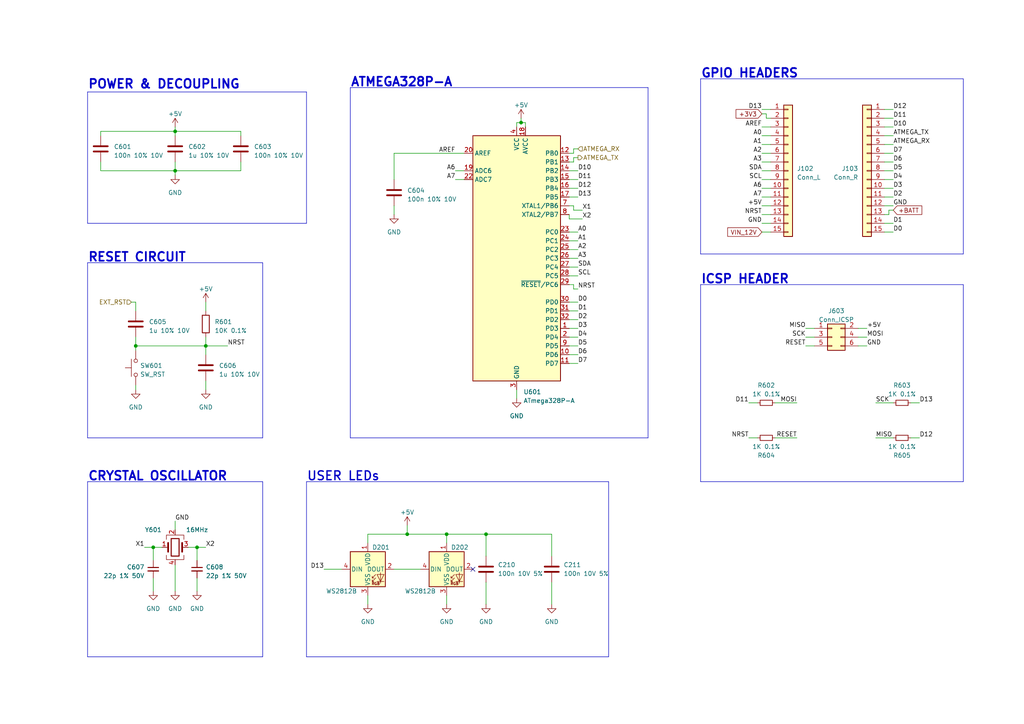
<source format=kicad_sch>
(kicad_sch (version 20230121) (generator eeschema)

  (uuid 8497bf57-4e13-4879-94c6-66e6ea7164f7)

  (paper "A4")

  (title_block
    (title "Atego Nano")
    (date "2023-06-28")
    (rev "1.1")
    (company "sudo-junkie")
  )

  (lib_symbols
    (symbol "Connector_Generic:Conn_01x15" (pin_names (offset 1.016) hide) (in_bom yes) (on_board yes)
      (property "Reference" "J" (at 0 20.32 0)
        (effects (font (size 1.27 1.27)))
      )
      (property "Value" "Conn_01x15" (at 0 -20.32 0)
        (effects (font (size 1.27 1.27)))
      )
      (property "Footprint" "" (at 0 0 0)
        (effects (font (size 1.27 1.27)) hide)
      )
      (property "Datasheet" "~" (at 0 0 0)
        (effects (font (size 1.27 1.27)) hide)
      )
      (property "ki_keywords" "connector" (at 0 0 0)
        (effects (font (size 1.27 1.27)) hide)
      )
      (property "ki_description" "Generic connector, single row, 01x15, script generated (kicad-library-utils/schlib/autogen/connector/)" (at 0 0 0)
        (effects (font (size 1.27 1.27)) hide)
      )
      (property "ki_fp_filters" "Connector*:*_1x??_*" (at 0 0 0)
        (effects (font (size 1.27 1.27)) hide)
      )
      (symbol "Conn_01x15_1_1"
        (rectangle (start -1.27 -17.653) (end 0 -17.907)
          (stroke (width 0.1524) (type default))
          (fill (type none))
        )
        (rectangle (start -1.27 -15.113) (end 0 -15.367)
          (stroke (width 0.1524) (type default))
          (fill (type none))
        )
        (rectangle (start -1.27 -12.573) (end 0 -12.827)
          (stroke (width 0.1524) (type default))
          (fill (type none))
        )
        (rectangle (start -1.27 -10.033) (end 0 -10.287)
          (stroke (width 0.1524) (type default))
          (fill (type none))
        )
        (rectangle (start -1.27 -7.493) (end 0 -7.747)
          (stroke (width 0.1524) (type default))
          (fill (type none))
        )
        (rectangle (start -1.27 -4.953) (end 0 -5.207)
          (stroke (width 0.1524) (type default))
          (fill (type none))
        )
        (rectangle (start -1.27 -2.413) (end 0 -2.667)
          (stroke (width 0.1524) (type default))
          (fill (type none))
        )
        (rectangle (start -1.27 0.127) (end 0 -0.127)
          (stroke (width 0.1524) (type default))
          (fill (type none))
        )
        (rectangle (start -1.27 2.667) (end 0 2.413)
          (stroke (width 0.1524) (type default))
          (fill (type none))
        )
        (rectangle (start -1.27 5.207) (end 0 4.953)
          (stroke (width 0.1524) (type default))
          (fill (type none))
        )
        (rectangle (start -1.27 7.747) (end 0 7.493)
          (stroke (width 0.1524) (type default))
          (fill (type none))
        )
        (rectangle (start -1.27 10.287) (end 0 10.033)
          (stroke (width 0.1524) (type default))
          (fill (type none))
        )
        (rectangle (start -1.27 12.827) (end 0 12.573)
          (stroke (width 0.1524) (type default))
          (fill (type none))
        )
        (rectangle (start -1.27 15.367) (end 0 15.113)
          (stroke (width 0.1524) (type default))
          (fill (type none))
        )
        (rectangle (start -1.27 17.907) (end 0 17.653)
          (stroke (width 0.1524) (type default))
          (fill (type none))
        )
        (rectangle (start -1.27 19.05) (end 1.27 -19.05)
          (stroke (width 0.254) (type default))
          (fill (type background))
        )
        (pin passive line (at -5.08 17.78 0) (length 3.81)
          (name "Pin_1" (effects (font (size 1.27 1.27))))
          (number "1" (effects (font (size 1.27 1.27))))
        )
        (pin passive line (at -5.08 -5.08 0) (length 3.81)
          (name "Pin_10" (effects (font (size 1.27 1.27))))
          (number "10" (effects (font (size 1.27 1.27))))
        )
        (pin passive line (at -5.08 -7.62 0) (length 3.81)
          (name "Pin_11" (effects (font (size 1.27 1.27))))
          (number "11" (effects (font (size 1.27 1.27))))
        )
        (pin passive line (at -5.08 -10.16 0) (length 3.81)
          (name "Pin_12" (effects (font (size 1.27 1.27))))
          (number "12" (effects (font (size 1.27 1.27))))
        )
        (pin passive line (at -5.08 -12.7 0) (length 3.81)
          (name "Pin_13" (effects (font (size 1.27 1.27))))
          (number "13" (effects (font (size 1.27 1.27))))
        )
        (pin passive line (at -5.08 -15.24 0) (length 3.81)
          (name "Pin_14" (effects (font (size 1.27 1.27))))
          (number "14" (effects (font (size 1.27 1.27))))
        )
        (pin passive line (at -5.08 -17.78 0) (length 3.81)
          (name "Pin_15" (effects (font (size 1.27 1.27))))
          (number "15" (effects (font (size 1.27 1.27))))
        )
        (pin passive line (at -5.08 15.24 0) (length 3.81)
          (name "Pin_2" (effects (font (size 1.27 1.27))))
          (number "2" (effects (font (size 1.27 1.27))))
        )
        (pin passive line (at -5.08 12.7 0) (length 3.81)
          (name "Pin_3" (effects (font (size 1.27 1.27))))
          (number "3" (effects (font (size 1.27 1.27))))
        )
        (pin passive line (at -5.08 10.16 0) (length 3.81)
          (name "Pin_4" (effects (font (size 1.27 1.27))))
          (number "4" (effects (font (size 1.27 1.27))))
        )
        (pin passive line (at -5.08 7.62 0) (length 3.81)
          (name "Pin_5" (effects (font (size 1.27 1.27))))
          (number "5" (effects (font (size 1.27 1.27))))
        )
        (pin passive line (at -5.08 5.08 0) (length 3.81)
          (name "Pin_6" (effects (font (size 1.27 1.27))))
          (number "6" (effects (font (size 1.27 1.27))))
        )
        (pin passive line (at -5.08 2.54 0) (length 3.81)
          (name "Pin_7" (effects (font (size 1.27 1.27))))
          (number "7" (effects (font (size 1.27 1.27))))
        )
        (pin passive line (at -5.08 0 0) (length 3.81)
          (name "Pin_8" (effects (font (size 1.27 1.27))))
          (number "8" (effects (font (size 1.27 1.27))))
        )
        (pin passive line (at -5.08 -2.54 0) (length 3.81)
          (name "Pin_9" (effects (font (size 1.27 1.27))))
          (number "9" (effects (font (size 1.27 1.27))))
        )
      )
    )
    (symbol "Connector_Generic:Conn_02x03_Odd_Even" (pin_names (offset 1.016) hide) (in_bom yes) (on_board yes)
      (property "Reference" "J" (at 1.27 5.08 0)
        (effects (font (size 1.27 1.27)))
      )
      (property "Value" "Conn_02x03_Odd_Even" (at 1.27 -5.08 0)
        (effects (font (size 1.27 1.27)))
      )
      (property "Footprint" "" (at 0 0 0)
        (effects (font (size 1.27 1.27)) hide)
      )
      (property "Datasheet" "~" (at 0 0 0)
        (effects (font (size 1.27 1.27)) hide)
      )
      (property "ki_keywords" "connector" (at 0 0 0)
        (effects (font (size 1.27 1.27)) hide)
      )
      (property "ki_description" "Generic connector, double row, 02x03, odd/even pin numbering scheme (row 1 odd numbers, row 2 even numbers), script generated (kicad-library-utils/schlib/autogen/connector/)" (at 0 0 0)
        (effects (font (size 1.27 1.27)) hide)
      )
      (property "ki_fp_filters" "Connector*:*_2x??_*" (at 0 0 0)
        (effects (font (size 1.27 1.27)) hide)
      )
      (symbol "Conn_02x03_Odd_Even_1_1"
        (rectangle (start -1.27 -2.413) (end 0 -2.667)
          (stroke (width 0.1524) (type default))
          (fill (type none))
        )
        (rectangle (start -1.27 0.127) (end 0 -0.127)
          (stroke (width 0.1524) (type default))
          (fill (type none))
        )
        (rectangle (start -1.27 2.667) (end 0 2.413)
          (stroke (width 0.1524) (type default))
          (fill (type none))
        )
        (rectangle (start -1.27 3.81) (end 3.81 -3.81)
          (stroke (width 0.254) (type default))
          (fill (type background))
        )
        (rectangle (start 3.81 -2.413) (end 2.54 -2.667)
          (stroke (width 0.1524) (type default))
          (fill (type none))
        )
        (rectangle (start 3.81 0.127) (end 2.54 -0.127)
          (stroke (width 0.1524) (type default))
          (fill (type none))
        )
        (rectangle (start 3.81 2.667) (end 2.54 2.413)
          (stroke (width 0.1524) (type default))
          (fill (type none))
        )
        (pin passive line (at -5.08 2.54 0) (length 3.81)
          (name "Pin_1" (effects (font (size 1.27 1.27))))
          (number "1" (effects (font (size 1.27 1.27))))
        )
        (pin passive line (at 7.62 2.54 180) (length 3.81)
          (name "Pin_2" (effects (font (size 1.27 1.27))))
          (number "2" (effects (font (size 1.27 1.27))))
        )
        (pin passive line (at -5.08 0 0) (length 3.81)
          (name "Pin_3" (effects (font (size 1.27 1.27))))
          (number "3" (effects (font (size 1.27 1.27))))
        )
        (pin passive line (at 7.62 0 180) (length 3.81)
          (name "Pin_4" (effects (font (size 1.27 1.27))))
          (number "4" (effects (font (size 1.27 1.27))))
        )
        (pin passive line (at -5.08 -2.54 0) (length 3.81)
          (name "Pin_5" (effects (font (size 1.27 1.27))))
          (number "5" (effects (font (size 1.27 1.27))))
        )
        (pin passive line (at 7.62 -2.54 180) (length 3.81)
          (name "Pin_6" (effects (font (size 1.27 1.27))))
          (number "6" (effects (font (size 1.27 1.27))))
        )
      )
    )
    (symbol "Device:C" (pin_numbers hide) (pin_names (offset 0.254)) (in_bom yes) (on_board yes)
      (property "Reference" "C" (at 0.635 2.54 0)
        (effects (font (size 1.27 1.27)) (justify left))
      )
      (property "Value" "C" (at 0.635 -2.54 0)
        (effects (font (size 1.27 1.27)) (justify left))
      )
      (property "Footprint" "" (at 0.9652 -3.81 0)
        (effects (font (size 1.27 1.27)) hide)
      )
      (property "Datasheet" "~" (at 0 0 0)
        (effects (font (size 1.27 1.27)) hide)
      )
      (property "ki_keywords" "cap capacitor" (at 0 0 0)
        (effects (font (size 1.27 1.27)) hide)
      )
      (property "ki_description" "Unpolarized capacitor" (at 0 0 0)
        (effects (font (size 1.27 1.27)) hide)
      )
      (property "ki_fp_filters" "C_*" (at 0 0 0)
        (effects (font (size 1.27 1.27)) hide)
      )
      (symbol "C_0_1"
        (polyline
          (pts
            (xy -2.032 -0.762)
            (xy 2.032 -0.762)
          )
          (stroke (width 0.508) (type default))
          (fill (type none))
        )
        (polyline
          (pts
            (xy -2.032 0.762)
            (xy 2.032 0.762)
          )
          (stroke (width 0.508) (type default))
          (fill (type none))
        )
      )
      (symbol "C_1_1"
        (pin passive line (at 0 3.81 270) (length 2.794)
          (name "~" (effects (font (size 1.27 1.27))))
          (number "1" (effects (font (size 1.27 1.27))))
        )
        (pin passive line (at 0 -3.81 90) (length 2.794)
          (name "~" (effects (font (size 1.27 1.27))))
          (number "2" (effects (font (size 1.27 1.27))))
        )
      )
    )
    (symbol "Device:C_Small" (pin_numbers hide) (pin_names (offset 0.254) hide) (in_bom yes) (on_board yes)
      (property "Reference" "C" (at 0.254 1.778 0)
        (effects (font (size 1.27 1.27)) (justify left))
      )
      (property "Value" "C_Small" (at 0.254 -2.032 0)
        (effects (font (size 1.27 1.27)) (justify left))
      )
      (property "Footprint" "" (at 0 0 0)
        (effects (font (size 1.27 1.27)) hide)
      )
      (property "Datasheet" "~" (at 0 0 0)
        (effects (font (size 1.27 1.27)) hide)
      )
      (property "ki_keywords" "capacitor cap" (at 0 0 0)
        (effects (font (size 1.27 1.27)) hide)
      )
      (property "ki_description" "Unpolarized capacitor, small symbol" (at 0 0 0)
        (effects (font (size 1.27 1.27)) hide)
      )
      (property "ki_fp_filters" "C_*" (at 0 0 0)
        (effects (font (size 1.27 1.27)) hide)
      )
      (symbol "C_Small_0_1"
        (polyline
          (pts
            (xy -1.524 -0.508)
            (xy 1.524 -0.508)
          )
          (stroke (width 0.3302) (type default))
          (fill (type none))
        )
        (polyline
          (pts
            (xy -1.524 0.508)
            (xy 1.524 0.508)
          )
          (stroke (width 0.3048) (type default))
          (fill (type none))
        )
      )
      (symbol "C_Small_1_1"
        (pin passive line (at 0 2.54 270) (length 2.032)
          (name "~" (effects (font (size 1.27 1.27))))
          (number "1" (effects (font (size 1.27 1.27))))
        )
        (pin passive line (at 0 -2.54 90) (length 2.032)
          (name "~" (effects (font (size 1.27 1.27))))
          (number "2" (effects (font (size 1.27 1.27))))
        )
      )
    )
    (symbol "Device:Crystal_GND24" (pin_names (offset 1.016) hide) (in_bom yes) (on_board yes)
      (property "Reference" "Y" (at 3.175 5.08 0)
        (effects (font (size 1.27 1.27)) (justify left))
      )
      (property "Value" "Crystal_GND24" (at 3.175 3.175 0)
        (effects (font (size 1.27 1.27)) (justify left))
      )
      (property "Footprint" "" (at 0 0 0)
        (effects (font (size 1.27 1.27)) hide)
      )
      (property "Datasheet" "~" (at 0 0 0)
        (effects (font (size 1.27 1.27)) hide)
      )
      (property "ki_keywords" "quartz ceramic resonator oscillator" (at 0 0 0)
        (effects (font (size 1.27 1.27)) hide)
      )
      (property "ki_description" "Four pin crystal, GND on pins 2 and 4" (at 0 0 0)
        (effects (font (size 1.27 1.27)) hide)
      )
      (property "ki_fp_filters" "Crystal*" (at 0 0 0)
        (effects (font (size 1.27 1.27)) hide)
      )
      (symbol "Crystal_GND24_0_1"
        (rectangle (start -1.143 2.54) (end 1.143 -2.54)
          (stroke (width 0.3048) (type default))
          (fill (type none))
        )
        (polyline
          (pts
            (xy -2.54 0)
            (xy -2.032 0)
          )
          (stroke (width 0) (type default))
          (fill (type none))
        )
        (polyline
          (pts
            (xy -2.032 -1.27)
            (xy -2.032 1.27)
          )
          (stroke (width 0.508) (type default))
          (fill (type none))
        )
        (polyline
          (pts
            (xy 0 -3.81)
            (xy 0 -3.556)
          )
          (stroke (width 0) (type default))
          (fill (type none))
        )
        (polyline
          (pts
            (xy 0 3.556)
            (xy 0 3.81)
          )
          (stroke (width 0) (type default))
          (fill (type none))
        )
        (polyline
          (pts
            (xy 2.032 -1.27)
            (xy 2.032 1.27)
          )
          (stroke (width 0.508) (type default))
          (fill (type none))
        )
        (polyline
          (pts
            (xy 2.032 0)
            (xy 2.54 0)
          )
          (stroke (width 0) (type default))
          (fill (type none))
        )
        (polyline
          (pts
            (xy -2.54 -2.286)
            (xy -2.54 -3.556)
            (xy 2.54 -3.556)
            (xy 2.54 -2.286)
          )
          (stroke (width 0) (type default))
          (fill (type none))
        )
        (polyline
          (pts
            (xy -2.54 2.286)
            (xy -2.54 3.556)
            (xy 2.54 3.556)
            (xy 2.54 2.286)
          )
          (stroke (width 0) (type default))
          (fill (type none))
        )
      )
      (symbol "Crystal_GND24_1_1"
        (pin passive line (at -3.81 0 0) (length 1.27)
          (name "1" (effects (font (size 1.27 1.27))))
          (number "1" (effects (font (size 1.27 1.27))))
        )
        (pin passive line (at 0 5.08 270) (length 1.27)
          (name "2" (effects (font (size 1.27 1.27))))
          (number "2" (effects (font (size 1.27 1.27))))
        )
        (pin passive line (at 3.81 0 180) (length 1.27)
          (name "3" (effects (font (size 1.27 1.27))))
          (number "3" (effects (font (size 1.27 1.27))))
        )
        (pin passive line (at 0 -5.08 90) (length 1.27)
          (name "4" (effects (font (size 1.27 1.27))))
          (number "4" (effects (font (size 1.27 1.27))))
        )
      )
    )
    (symbol "Device:R" (pin_numbers hide) (pin_names (offset 0)) (in_bom yes) (on_board yes)
      (property "Reference" "R" (at 2.032 0 90)
        (effects (font (size 1.27 1.27)))
      )
      (property "Value" "R" (at 0 0 90)
        (effects (font (size 1.27 1.27)))
      )
      (property "Footprint" "" (at -1.778 0 90)
        (effects (font (size 1.27 1.27)) hide)
      )
      (property "Datasheet" "~" (at 0 0 0)
        (effects (font (size 1.27 1.27)) hide)
      )
      (property "ki_keywords" "R res resistor" (at 0 0 0)
        (effects (font (size 1.27 1.27)) hide)
      )
      (property "ki_description" "Resistor" (at 0 0 0)
        (effects (font (size 1.27 1.27)) hide)
      )
      (property "ki_fp_filters" "R_*" (at 0 0 0)
        (effects (font (size 1.27 1.27)) hide)
      )
      (symbol "R_0_1"
        (rectangle (start -1.016 -2.54) (end 1.016 2.54)
          (stroke (width 0.254) (type default))
          (fill (type none))
        )
      )
      (symbol "R_1_1"
        (pin passive line (at 0 3.81 270) (length 1.27)
          (name "~" (effects (font (size 1.27 1.27))))
          (number "1" (effects (font (size 1.27 1.27))))
        )
        (pin passive line (at 0 -3.81 90) (length 1.27)
          (name "~" (effects (font (size 1.27 1.27))))
          (number "2" (effects (font (size 1.27 1.27))))
        )
      )
    )
    (symbol "Device:R_Small" (pin_numbers hide) (pin_names (offset 0.254) hide) (in_bom yes) (on_board yes)
      (property "Reference" "R" (at 0.762 0.508 0)
        (effects (font (size 1.27 1.27)) (justify left))
      )
      (property "Value" "R_Small" (at 0.762 -1.016 0)
        (effects (font (size 1.27 1.27)) (justify left))
      )
      (property "Footprint" "" (at 0 0 0)
        (effects (font (size 1.27 1.27)) hide)
      )
      (property "Datasheet" "~" (at 0 0 0)
        (effects (font (size 1.27 1.27)) hide)
      )
      (property "ki_keywords" "R resistor" (at 0 0 0)
        (effects (font (size 1.27 1.27)) hide)
      )
      (property "ki_description" "Resistor, small symbol" (at 0 0 0)
        (effects (font (size 1.27 1.27)) hide)
      )
      (property "ki_fp_filters" "R_*" (at 0 0 0)
        (effects (font (size 1.27 1.27)) hide)
      )
      (symbol "R_Small_0_1"
        (rectangle (start -0.762 1.778) (end 0.762 -1.778)
          (stroke (width 0.2032) (type default))
          (fill (type none))
        )
      )
      (symbol "R_Small_1_1"
        (pin passive line (at 0 2.54 270) (length 0.762)
          (name "~" (effects (font (size 1.27 1.27))))
          (number "1" (effects (font (size 1.27 1.27))))
        )
        (pin passive line (at 0 -2.54 90) (length 0.762)
          (name "~" (effects (font (size 1.27 1.27))))
          (number "2" (effects (font (size 1.27 1.27))))
        )
      )
    )
    (symbol "LED:WS2812B" (pin_names (offset 0.254)) (in_bom yes) (on_board yes)
      (property "Reference" "D" (at 5.08 5.715 0)
        (effects (font (size 1.27 1.27)) (justify right bottom))
      )
      (property "Value" "WS2812B" (at 1.27 -5.715 0)
        (effects (font (size 1.27 1.27)) (justify left top))
      )
      (property "Footprint" "LED_SMD:LED_WS2812B_PLCC4_5.0x5.0mm_P3.2mm" (at 1.27 -7.62 0)
        (effects (font (size 1.27 1.27)) (justify left top) hide)
      )
      (property "Datasheet" "https://cdn-shop.adafruit.com/datasheets/WS2812B.pdf" (at 2.54 -9.525 0)
        (effects (font (size 1.27 1.27)) (justify left top) hide)
      )
      (property "ki_keywords" "RGB LED NeoPixel addressable" (at 0 0 0)
        (effects (font (size 1.27 1.27)) hide)
      )
      (property "ki_description" "RGB LED with integrated controller" (at 0 0 0)
        (effects (font (size 1.27 1.27)) hide)
      )
      (property "ki_fp_filters" "LED*WS2812*PLCC*5.0x5.0mm*P3.2mm*" (at 0 0 0)
        (effects (font (size 1.27 1.27)) hide)
      )
      (symbol "WS2812B_0_0"
        (text "RGB" (at 2.286 -4.191 0)
          (effects (font (size 0.762 0.762)))
        )
      )
      (symbol "WS2812B_0_1"
        (polyline
          (pts
            (xy 1.27 -3.556)
            (xy 1.778 -3.556)
          )
          (stroke (width 0) (type default))
          (fill (type none))
        )
        (polyline
          (pts
            (xy 1.27 -2.54)
            (xy 1.778 -2.54)
          )
          (stroke (width 0) (type default))
          (fill (type none))
        )
        (polyline
          (pts
            (xy 4.699 -3.556)
            (xy 2.667 -3.556)
          )
          (stroke (width 0) (type default))
          (fill (type none))
        )
        (polyline
          (pts
            (xy 2.286 -2.54)
            (xy 1.27 -3.556)
            (xy 1.27 -3.048)
          )
          (stroke (width 0) (type default))
          (fill (type none))
        )
        (polyline
          (pts
            (xy 2.286 -1.524)
            (xy 1.27 -2.54)
            (xy 1.27 -2.032)
          )
          (stroke (width 0) (type default))
          (fill (type none))
        )
        (polyline
          (pts
            (xy 3.683 -1.016)
            (xy 3.683 -3.556)
            (xy 3.683 -4.064)
          )
          (stroke (width 0) (type default))
          (fill (type none))
        )
        (polyline
          (pts
            (xy 4.699 -1.524)
            (xy 2.667 -1.524)
            (xy 3.683 -3.556)
            (xy 4.699 -1.524)
          )
          (stroke (width 0) (type default))
          (fill (type none))
        )
        (rectangle (start 5.08 5.08) (end -5.08 -5.08)
          (stroke (width 0.254) (type default))
          (fill (type background))
        )
      )
      (symbol "WS2812B_1_1"
        (pin power_in line (at 0 7.62 270) (length 2.54)
          (name "VDD" (effects (font (size 1.27 1.27))))
          (number "1" (effects (font (size 1.27 1.27))))
        )
        (pin output line (at 7.62 0 180) (length 2.54)
          (name "DOUT" (effects (font (size 1.27 1.27))))
          (number "2" (effects (font (size 1.27 1.27))))
        )
        (pin power_in line (at 0 -7.62 90) (length 2.54)
          (name "VSS" (effects (font (size 1.27 1.27))))
          (number "3" (effects (font (size 1.27 1.27))))
        )
        (pin input line (at -7.62 0 0) (length 2.54)
          (name "DIN" (effects (font (size 1.27 1.27))))
          (number "4" (effects (font (size 1.27 1.27))))
        )
      )
    )
    (symbol "MCU_Microchip_ATmega:ATmega328P-A" (in_bom yes) (on_board yes)
      (property "Reference" "U" (at -12.7 36.83 0)
        (effects (font (size 1.27 1.27)) (justify left bottom))
      )
      (property "Value" "ATmega328P-A" (at 2.54 -36.83 0)
        (effects (font (size 1.27 1.27)) (justify left top))
      )
      (property "Footprint" "Package_QFP:TQFP-32_7x7mm_P0.8mm" (at 0 0 0)
        (effects (font (size 1.27 1.27) italic) hide)
      )
      (property "Datasheet" "http://ww1.microchip.com/downloads/en/DeviceDoc/ATmega328_P%20AVR%20MCU%20with%20picoPower%20Technology%20Data%20Sheet%2040001984A.pdf" (at 0 0 0)
        (effects (font (size 1.27 1.27)) hide)
      )
      (property "ki_keywords" "AVR 8bit Microcontroller MegaAVR PicoPower" (at 0 0 0)
        (effects (font (size 1.27 1.27)) hide)
      )
      (property "ki_description" "20MHz, 32kB Flash, 2kB SRAM, 1kB EEPROM, TQFP-32" (at 0 0 0)
        (effects (font (size 1.27 1.27)) hide)
      )
      (property "ki_fp_filters" "TQFP*7x7mm*P0.8mm*" (at 0 0 0)
        (effects (font (size 1.27 1.27)) hide)
      )
      (symbol "ATmega328P-A_0_1"
        (rectangle (start -12.7 -35.56) (end 12.7 35.56)
          (stroke (width 0.254) (type default))
          (fill (type background))
        )
      )
      (symbol "ATmega328P-A_1_1"
        (pin bidirectional line (at 15.24 -20.32 180) (length 2.54)
          (name "PD3" (effects (font (size 1.27 1.27))))
          (number "1" (effects (font (size 1.27 1.27))))
        )
        (pin bidirectional line (at 15.24 -27.94 180) (length 2.54)
          (name "PD6" (effects (font (size 1.27 1.27))))
          (number "10" (effects (font (size 1.27 1.27))))
        )
        (pin bidirectional line (at 15.24 -30.48 180) (length 2.54)
          (name "PD7" (effects (font (size 1.27 1.27))))
          (number "11" (effects (font (size 1.27 1.27))))
        )
        (pin bidirectional line (at 15.24 30.48 180) (length 2.54)
          (name "PB0" (effects (font (size 1.27 1.27))))
          (number "12" (effects (font (size 1.27 1.27))))
        )
        (pin bidirectional line (at 15.24 27.94 180) (length 2.54)
          (name "PB1" (effects (font (size 1.27 1.27))))
          (number "13" (effects (font (size 1.27 1.27))))
        )
        (pin bidirectional line (at 15.24 25.4 180) (length 2.54)
          (name "PB2" (effects (font (size 1.27 1.27))))
          (number "14" (effects (font (size 1.27 1.27))))
        )
        (pin bidirectional line (at 15.24 22.86 180) (length 2.54)
          (name "PB3" (effects (font (size 1.27 1.27))))
          (number "15" (effects (font (size 1.27 1.27))))
        )
        (pin bidirectional line (at 15.24 20.32 180) (length 2.54)
          (name "PB4" (effects (font (size 1.27 1.27))))
          (number "16" (effects (font (size 1.27 1.27))))
        )
        (pin bidirectional line (at 15.24 17.78 180) (length 2.54)
          (name "PB5" (effects (font (size 1.27 1.27))))
          (number "17" (effects (font (size 1.27 1.27))))
        )
        (pin power_in line (at 2.54 38.1 270) (length 2.54)
          (name "AVCC" (effects (font (size 1.27 1.27))))
          (number "18" (effects (font (size 1.27 1.27))))
        )
        (pin input line (at -15.24 25.4 0) (length 2.54)
          (name "ADC6" (effects (font (size 1.27 1.27))))
          (number "19" (effects (font (size 1.27 1.27))))
        )
        (pin bidirectional line (at 15.24 -22.86 180) (length 2.54)
          (name "PD4" (effects (font (size 1.27 1.27))))
          (number "2" (effects (font (size 1.27 1.27))))
        )
        (pin passive line (at -15.24 30.48 0) (length 2.54)
          (name "AREF" (effects (font (size 1.27 1.27))))
          (number "20" (effects (font (size 1.27 1.27))))
        )
        (pin passive line (at 0 -38.1 90) (length 2.54) hide
          (name "GND" (effects (font (size 1.27 1.27))))
          (number "21" (effects (font (size 1.27 1.27))))
        )
        (pin input line (at -15.24 22.86 0) (length 2.54)
          (name "ADC7" (effects (font (size 1.27 1.27))))
          (number "22" (effects (font (size 1.27 1.27))))
        )
        (pin bidirectional line (at 15.24 7.62 180) (length 2.54)
          (name "PC0" (effects (font (size 1.27 1.27))))
          (number "23" (effects (font (size 1.27 1.27))))
        )
        (pin bidirectional line (at 15.24 5.08 180) (length 2.54)
          (name "PC1" (effects (font (size 1.27 1.27))))
          (number "24" (effects (font (size 1.27 1.27))))
        )
        (pin bidirectional line (at 15.24 2.54 180) (length 2.54)
          (name "PC2" (effects (font (size 1.27 1.27))))
          (number "25" (effects (font (size 1.27 1.27))))
        )
        (pin bidirectional line (at 15.24 0 180) (length 2.54)
          (name "PC3" (effects (font (size 1.27 1.27))))
          (number "26" (effects (font (size 1.27 1.27))))
        )
        (pin bidirectional line (at 15.24 -2.54 180) (length 2.54)
          (name "PC4" (effects (font (size 1.27 1.27))))
          (number "27" (effects (font (size 1.27 1.27))))
        )
        (pin bidirectional line (at 15.24 -5.08 180) (length 2.54)
          (name "PC5" (effects (font (size 1.27 1.27))))
          (number "28" (effects (font (size 1.27 1.27))))
        )
        (pin bidirectional line (at 15.24 -7.62 180) (length 2.54)
          (name "~{RESET}/PC6" (effects (font (size 1.27 1.27))))
          (number "29" (effects (font (size 1.27 1.27))))
        )
        (pin power_in line (at 0 -38.1 90) (length 2.54)
          (name "GND" (effects (font (size 1.27 1.27))))
          (number "3" (effects (font (size 1.27 1.27))))
        )
        (pin bidirectional line (at 15.24 -12.7 180) (length 2.54)
          (name "PD0" (effects (font (size 1.27 1.27))))
          (number "30" (effects (font (size 1.27 1.27))))
        )
        (pin bidirectional line (at 15.24 -15.24 180) (length 2.54)
          (name "PD1" (effects (font (size 1.27 1.27))))
          (number "31" (effects (font (size 1.27 1.27))))
        )
        (pin bidirectional line (at 15.24 -17.78 180) (length 2.54)
          (name "PD2" (effects (font (size 1.27 1.27))))
          (number "32" (effects (font (size 1.27 1.27))))
        )
        (pin power_in line (at 0 38.1 270) (length 2.54)
          (name "VCC" (effects (font (size 1.27 1.27))))
          (number "4" (effects (font (size 1.27 1.27))))
        )
        (pin passive line (at 0 -38.1 90) (length 2.54) hide
          (name "GND" (effects (font (size 1.27 1.27))))
          (number "5" (effects (font (size 1.27 1.27))))
        )
        (pin passive line (at 0 38.1 270) (length 2.54) hide
          (name "VCC" (effects (font (size 1.27 1.27))))
          (number "6" (effects (font (size 1.27 1.27))))
        )
        (pin bidirectional line (at 15.24 15.24 180) (length 2.54)
          (name "XTAL1/PB6" (effects (font (size 1.27 1.27))))
          (number "7" (effects (font (size 1.27 1.27))))
        )
        (pin bidirectional line (at 15.24 12.7 180) (length 2.54)
          (name "XTAL2/PB7" (effects (font (size 1.27 1.27))))
          (number "8" (effects (font (size 1.27 1.27))))
        )
        (pin bidirectional line (at 15.24 -25.4 180) (length 2.54)
          (name "PD5" (effects (font (size 1.27 1.27))))
          (number "9" (effects (font (size 1.27 1.27))))
        )
      )
    )
    (symbol "Switch:SW_Push" (pin_numbers hide) (pin_names (offset 1.016) hide) (in_bom yes) (on_board yes)
      (property "Reference" "SW" (at 1.27 2.54 0)
        (effects (font (size 1.27 1.27)) (justify left))
      )
      (property "Value" "SW_Push" (at 0 -1.524 0)
        (effects (font (size 1.27 1.27)))
      )
      (property "Footprint" "" (at 0 5.08 0)
        (effects (font (size 1.27 1.27)) hide)
      )
      (property "Datasheet" "~" (at 0 5.08 0)
        (effects (font (size 1.27 1.27)) hide)
      )
      (property "ki_keywords" "switch normally-open pushbutton push-button" (at 0 0 0)
        (effects (font (size 1.27 1.27)) hide)
      )
      (property "ki_description" "Push button switch, generic, two pins" (at 0 0 0)
        (effects (font (size 1.27 1.27)) hide)
      )
      (symbol "SW_Push_0_1"
        (circle (center -2.032 0) (radius 0.508)
          (stroke (width 0) (type default))
          (fill (type none))
        )
        (polyline
          (pts
            (xy 0 1.27)
            (xy 0 3.048)
          )
          (stroke (width 0) (type default))
          (fill (type none))
        )
        (polyline
          (pts
            (xy 2.54 1.27)
            (xy -2.54 1.27)
          )
          (stroke (width 0) (type default))
          (fill (type none))
        )
        (circle (center 2.032 0) (radius 0.508)
          (stroke (width 0) (type default))
          (fill (type none))
        )
        (pin passive line (at -5.08 0 0) (length 2.54)
          (name "1" (effects (font (size 1.27 1.27))))
          (number "1" (effects (font (size 1.27 1.27))))
        )
        (pin passive line (at 5.08 0 180) (length 2.54)
          (name "2" (effects (font (size 1.27 1.27))))
          (number "2" (effects (font (size 1.27 1.27))))
        )
      )
    )
    (symbol "power:+5V" (power) (pin_names (offset 0)) (in_bom yes) (on_board yes)
      (property "Reference" "#PWR" (at 0 -3.81 0)
        (effects (font (size 1.27 1.27)) hide)
      )
      (property "Value" "+5V" (at 0 3.556 0)
        (effects (font (size 1.27 1.27)))
      )
      (property "Footprint" "" (at 0 0 0)
        (effects (font (size 1.27 1.27)) hide)
      )
      (property "Datasheet" "" (at 0 0 0)
        (effects (font (size 1.27 1.27)) hide)
      )
      (property "ki_keywords" "global power" (at 0 0 0)
        (effects (font (size 1.27 1.27)) hide)
      )
      (property "ki_description" "Power symbol creates a global label with name \"+5V\"" (at 0 0 0)
        (effects (font (size 1.27 1.27)) hide)
      )
      (symbol "+5V_0_1"
        (polyline
          (pts
            (xy -0.762 1.27)
            (xy 0 2.54)
          )
          (stroke (width 0) (type default))
          (fill (type none))
        )
        (polyline
          (pts
            (xy 0 0)
            (xy 0 2.54)
          )
          (stroke (width 0) (type default))
          (fill (type none))
        )
        (polyline
          (pts
            (xy 0 2.54)
            (xy 0.762 1.27)
          )
          (stroke (width 0) (type default))
          (fill (type none))
        )
      )
      (symbol "+5V_1_1"
        (pin power_in line (at 0 0 90) (length 0) hide
          (name "+5V" (effects (font (size 1.27 1.27))))
          (number "1" (effects (font (size 1.27 1.27))))
        )
      )
    )
    (symbol "power:GND" (power) (pin_names (offset 0)) (in_bom yes) (on_board yes)
      (property "Reference" "#PWR" (at 0 -6.35 0)
        (effects (font (size 1.27 1.27)) hide)
      )
      (property "Value" "GND" (at 0 -3.81 0)
        (effects (font (size 1.27 1.27)))
      )
      (property "Footprint" "" (at 0 0 0)
        (effects (font (size 1.27 1.27)) hide)
      )
      (property "Datasheet" "" (at 0 0 0)
        (effects (font (size 1.27 1.27)) hide)
      )
      (property "ki_keywords" "global power" (at 0 0 0)
        (effects (font (size 1.27 1.27)) hide)
      )
      (property "ki_description" "Power symbol creates a global label with name \"GND\" , ground" (at 0 0 0)
        (effects (font (size 1.27 1.27)) hide)
      )
      (symbol "GND_0_1"
        (polyline
          (pts
            (xy 0 0)
            (xy 0 -1.27)
            (xy 1.27 -1.27)
            (xy 0 -2.54)
            (xy -1.27 -1.27)
            (xy 0 -1.27)
          )
          (stroke (width 0) (type default))
          (fill (type none))
        )
      )
      (symbol "GND_1_1"
        (pin power_in line (at 0 0 270) (length 0) hide
          (name "GND" (effects (font (size 1.27 1.27))))
          (number "1" (effects (font (size 1.27 1.27))))
        )
      )
    )
  )

  (junction (at 129.54 154.94) (diameter 0) (color 0 0 0 0)
    (uuid 41d03b7a-bdff-47bc-b3a3-feec2f779c37)
  )
  (junction (at 50.8 38.1) (diameter 0) (color 0 0 0 0)
    (uuid 481178bc-b4a2-433c-b8a4-0f450d5ed86a)
  )
  (junction (at 118.11 154.94) (diameter 0) (color 0 0 0 0)
    (uuid 4c1b20de-74be-4b79-956c-e93cd1353f05)
  )
  (junction (at 151.13 35.56) (diameter 0) (color 0 0 0 0)
    (uuid 5a1bee68-51ea-43a9-bcc7-d45d36965ffc)
  )
  (junction (at 57.15 158.75) (diameter 0) (color 0 0 0 0)
    (uuid 75b3516f-1449-438b-a79e-5b68d3ff8244)
  )
  (junction (at 140.97 154.94) (diameter 0) (color 0 0 0 0)
    (uuid a36f5ebc-8f7e-4ae1-9dfe-69512a7c3a20)
  )
  (junction (at 39.37 100.33) (diameter 0) (color 0 0 0 0)
    (uuid b1761e0e-2c5a-4c99-89c9-1a330efaed79)
  )
  (junction (at 44.45 158.75) (diameter 0) (color 0 0 0 0)
    (uuid bad0dbe5-e933-4cf1-bf92-39c8dbf89d9f)
  )
  (junction (at 50.8 49.53) (diameter 0) (color 0 0 0 0)
    (uuid bc3de1a3-351a-4a02-b2aa-4e8862cba4a5)
  )
  (junction (at 59.69 100.33) (diameter 0) (color 0 0 0 0)
    (uuid d1f69fb3-d696-4a23-8e59-2d2268abda86)
  )

  (no_connect (at 137.16 165.1) (uuid 38e523b3-ef4f-4faf-9e39-acdf1a2a28c2))

  (polyline (pts (xy 101.6 127) (xy 101.6 25.4))
    (stroke (width 0) (type default))
    (uuid 02d48aa0-fca5-4472-a04d-52c9bfadd6a4)
  )

  (wire (pts (xy 59.69 97.79) (xy 59.69 100.33))
    (stroke (width 0) (type default))
    (uuid 05b23772-3a75-460a-b3dc-7f4db3ca9a3f)
  )
  (polyline (pts (xy 279.4 82.55) (xy 279.4 139.7))
    (stroke (width 0) (type default))
    (uuid 0667606e-fc20-4e0e-8b30-b9769c390a8a)
  )

  (wire (pts (xy 165.1 92.71) (xy 167.64 92.71))
    (stroke (width 0) (type default))
    (uuid 0775d0b6-f699-4b08-b198-3fbd775b6d32)
  )
  (wire (pts (xy 220.98 59.69) (xy 223.52 59.69))
    (stroke (width 0) (type default))
    (uuid 07c9487a-d3c7-4dff-b21f-e0402ecc1880)
  )
  (polyline (pts (xy 88.9 64.77) (xy 25.4 64.77))
    (stroke (width 0) (type default))
    (uuid 0a42c66b-4ac3-4687-9799-467315153f75)
  )

  (wire (pts (xy 165.1 74.93) (xy 167.64 74.93))
    (stroke (width 0) (type default))
    (uuid 0b8d805b-6ba3-4340-acfe-1425ddc345d5)
  )
  (polyline (pts (xy 279.4 139.7) (xy 203.2 139.7))
    (stroke (width 0) (type default))
    (uuid 0ee60a6a-11a0-44e5-b8a0-c2bc3d7748a7)
  )

  (wire (pts (xy 165.1 69.85) (xy 167.64 69.85))
    (stroke (width 0) (type default))
    (uuid 0f3b259e-f9c7-41b1-a02d-c19eb49cf1e5)
  )
  (wire (pts (xy 220.98 54.61) (xy 223.52 54.61))
    (stroke (width 0) (type default))
    (uuid 0f4196f2-3a1f-491f-a836-58cf5348422f)
  )
  (wire (pts (xy 160.02 168.91) (xy 160.02 175.26))
    (stroke (width 0) (type default))
    (uuid 0f6af83f-9816-48c7-8a9e-fc338fa8aaaa)
  )
  (wire (pts (xy 165.1 54.61) (xy 167.64 54.61))
    (stroke (width 0) (type default))
    (uuid 0fd34d1d-cad2-4416-a031-d824a7ef2e50)
  )
  (polyline (pts (xy 25.4 26.67) (xy 88.9 26.67))
    (stroke (width 0) (type default))
    (uuid 1169fd8c-6706-4c6f-bf02-2ff4154e5a06)
  )

  (wire (pts (xy 44.45 158.75) (xy 44.45 162.56))
    (stroke (width 0) (type default))
    (uuid 11b99a4a-ba51-465f-aeed-6f5cfe69055a)
  )
  (wire (pts (xy 223.52 52.07) (xy 220.98 52.07))
    (stroke (width 0) (type default))
    (uuid 1227f68d-129e-4396-ba28-afc71b8f75e1)
  )
  (wire (pts (xy 39.37 101.6) (xy 39.37 100.33))
    (stroke (width 0) (type default))
    (uuid 15d5be36-8393-4d6a-a6e3-643ce695c483)
  )
  (wire (pts (xy 165.1 63.5) (xy 165.1 62.23))
    (stroke (width 0) (type default))
    (uuid 16259b96-4f3b-44a9-863e-da4486ae9924)
  )
  (wire (pts (xy 257.81 62.23) (xy 257.81 60.96))
    (stroke (width 0) (type default))
    (uuid 174c22bd-904e-47d6-9bf8-98c479cb1fa9)
  )
  (wire (pts (xy 166.37 83.82) (xy 167.64 83.82))
    (stroke (width 0) (type default))
    (uuid 199035e7-a9af-4994-8852-a0b01f3a2fa1)
  )
  (wire (pts (xy 57.15 167.64) (xy 57.15 171.45))
    (stroke (width 0) (type default))
    (uuid 1aee0279-681a-4d4e-8bc5-f2fa8e789263)
  )
  (wire (pts (xy 59.69 100.33) (xy 66.04 100.33))
    (stroke (width 0) (type default))
    (uuid 1d876cc1-66a4-449a-802f-c4dfb1193dba)
  )
  (wire (pts (xy 129.54 154.94) (xy 140.97 154.94))
    (stroke (width 0) (type default))
    (uuid 1dd64ea6-1075-46ce-943a-ab2221787be5)
  )
  (polyline (pts (xy 25.4 139.7) (xy 76.2 139.7))
    (stroke (width 0) (type default))
    (uuid 1de10eb0-4425-4f75-b81d-30ffa34a0d7a)
  )

  (wire (pts (xy 59.69 87.63) (xy 59.69 90.17))
    (stroke (width 0) (type default))
    (uuid 2105172f-8183-4db1-b85b-d7869ffce214)
  )
  (wire (pts (xy 251.46 100.33) (xy 248.92 100.33))
    (stroke (width 0) (type default))
    (uuid 2123bc27-af0d-438a-94c4-7511a59c3792)
  )
  (wire (pts (xy 50.8 151.13) (xy 50.8 153.67))
    (stroke (width 0) (type default))
    (uuid 2408e576-576e-4996-8d2f-8ca32c70959b)
  )
  (polyline (pts (xy 25.4 64.77) (xy 25.4 26.67))
    (stroke (width 0) (type default))
    (uuid 2447a3b2-8ac3-4479-b393-3c66415965d5)
  )

  (wire (pts (xy 256.54 57.15) (xy 259.08 57.15))
    (stroke (width 0) (type default))
    (uuid 25e4dc11-b25e-41cb-9574-4f252b3e3b71)
  )
  (wire (pts (xy 140.97 154.94) (xy 140.97 161.29))
    (stroke (width 0) (type default))
    (uuid 296b9ecb-9067-4829-8f1e-ed9fb2bab36d)
  )
  (wire (pts (xy 151.13 34.29) (xy 151.13 35.56))
    (stroke (width 0) (type default))
    (uuid 2a1b3bb0-7e83-402c-bf9a-e72ec0e22250)
  )
  (polyline (pts (xy 176.53 190.5) (xy 88.9 190.5))
    (stroke (width 0) (type default))
    (uuid 2a1d0570-4995-43ec-90c5-e6503432b353)
  )
  (polyline (pts (xy 25.4 127) (xy 25.4 76.2))
    (stroke (width 0) (type default))
    (uuid 2b47dcc1-b680-4e10-aefe-a4c66b89e64b)
  )

  (wire (pts (xy 248.92 97.79) (xy 251.46 97.79))
    (stroke (width 0) (type default))
    (uuid 2bb9c471-8f18-4462-b0fd-38757d402a17)
  )
  (wire (pts (xy 259.08 39.37) (xy 256.54 39.37))
    (stroke (width 0) (type default))
    (uuid 2de39709-dde3-41d2-8d73-0c225f299fcd)
  )
  (wire (pts (xy 256.54 54.61) (xy 259.08 54.61))
    (stroke (width 0) (type default))
    (uuid 2e333c14-a0ae-43d5-b7d1-65defab9b02f)
  )
  (wire (pts (xy 39.37 87.63) (xy 39.37 90.17))
    (stroke (width 0) (type default))
    (uuid 2ff0258f-15a6-4a9c-b1d9-4baebd2f4e67)
  )
  (wire (pts (xy 165.1 90.17) (xy 167.64 90.17))
    (stroke (width 0) (type default))
    (uuid 31119a79-ea9b-4766-983a-7d4716c2e5e0)
  )
  (wire (pts (xy 256.54 62.23) (xy 257.81 62.23))
    (stroke (width 0) (type default))
    (uuid 31335056-465b-40a7-96f0-720e8fbce648)
  )
  (wire (pts (xy 259.08 41.91) (xy 256.54 41.91))
    (stroke (width 0) (type default))
    (uuid 35952cab-42f5-466f-803e-bd94a1e80219)
  )
  (wire (pts (xy 114.3 59.69) (xy 114.3 62.23))
    (stroke (width 0) (type default))
    (uuid 38a501ab-6a00-4e02-b20c-5f12b4de63a0)
  )
  (wire (pts (xy 166.37 59.69) (xy 165.1 59.69))
    (stroke (width 0) (type default))
    (uuid 3cd23636-a391-4a23-8d34-5267f6cd23de)
  )
  (wire (pts (xy 29.21 38.1) (xy 50.8 38.1))
    (stroke (width 0) (type default))
    (uuid 3dffc24c-ac94-40f6-99ca-d9b99eb809c6)
  )
  (polyline (pts (xy 76.2 139.7) (xy 76.2 190.5))
    (stroke (width 0) (type default))
    (uuid 3e447405-0e3c-44a3-9ef0-9358f605ed61)
  )

  (wire (pts (xy 256.54 31.75) (xy 259.08 31.75))
    (stroke (width 0) (type default))
    (uuid 3ec39dec-a7b3-4465-bba9-60722a64c39c)
  )
  (wire (pts (xy 220.98 33.02) (xy 222.25 33.02))
    (stroke (width 0) (type default))
    (uuid 409c1513-3baf-461d-96e3-d724b73133c4)
  )
  (polyline (pts (xy 76.2 127) (xy 25.4 127))
    (stroke (width 0) (type default))
    (uuid 414dcc33-8f40-43da-81af-bf8f817719af)
  )
  (polyline (pts (xy 203.2 82.55) (xy 279.4 82.55))
    (stroke (width 0) (type default))
    (uuid 43d1441c-9589-4c29-9a5f-8f2df4fe1adb)
  )

  (wire (pts (xy 114.3 44.45) (xy 114.3 52.07))
    (stroke (width 0) (type default))
    (uuid 449ac9d9-949b-4eb1-a740-5d551bcd9fec)
  )
  (wire (pts (xy 118.11 154.94) (xy 129.54 154.94))
    (stroke (width 0) (type default))
    (uuid 44d51f32-0fc5-4f53-84ef-7851f1128eb1)
  )
  (wire (pts (xy 220.98 57.15) (xy 223.52 57.15))
    (stroke (width 0) (type default))
    (uuid 45aa41ca-e6a4-4761-88b8-8d35924d8771)
  )
  (wire (pts (xy 59.69 110.49) (xy 59.69 113.03))
    (stroke (width 0) (type default))
    (uuid 45c6cae5-8ed8-4d19-9ce9-76b1afd4b7db)
  )
  (wire (pts (xy 248.92 95.25) (xy 251.46 95.25))
    (stroke (width 0) (type default))
    (uuid 45fe8dc9-3755-4efd-995e-c6ad7fe30df9)
  )
  (wire (pts (xy 50.8 46.99) (xy 50.8 49.53))
    (stroke (width 0) (type default))
    (uuid 4942ba75-cbf1-4778-b599-6f08f95bdb70)
  )
  (wire (pts (xy 165.1 63.5) (xy 168.91 63.5))
    (stroke (width 0) (type default))
    (uuid 4a043548-fd6e-4493-9cff-49e6326cfaa6)
  )
  (wire (pts (xy 44.45 158.75) (xy 46.99 158.75))
    (stroke (width 0) (type default))
    (uuid 4a6af87c-60b4-4b98-98fe-268aeb135883)
  )
  (wire (pts (xy 132.08 49.53) (xy 134.62 49.53))
    (stroke (width 0) (type default))
    (uuid 4b8cde49-4a8b-4eb0-becc-45039bdc5929)
  )
  (wire (pts (xy 220.98 36.83) (xy 223.52 36.83))
    (stroke (width 0) (type default))
    (uuid 4bb66210-f83d-4ef9-9960-ef970cecc329)
  )
  (wire (pts (xy 166.37 45.72) (xy 166.37 46.99))
    (stroke (width 0) (type default))
    (uuid 4d71b776-ad24-438c-ad80-f3c4aaf895db)
  )
  (wire (pts (xy 166.37 45.72) (xy 167.64 45.72))
    (stroke (width 0) (type default))
    (uuid 50340f5f-7da9-4ac8-8d36-87dfc773afeb)
  )
  (polyline (pts (xy 88.9 26.67) (xy 88.9 64.77))
    (stroke (width 0) (type default))
    (uuid 50f3947d-9c49-4f43-9ae7-ca556576a329)
  )

  (wire (pts (xy 50.8 49.53) (xy 50.8 50.8))
    (stroke (width 0) (type default))
    (uuid 5143114e-d6d7-4e63-a770-ed50b61c4594)
  )
  (wire (pts (xy 59.69 100.33) (xy 59.69 102.87))
    (stroke (width 0) (type default))
    (uuid 53e884f8-5ccc-4d5f-a1ce-ee55f7022e1f)
  )
  (wire (pts (xy 140.97 168.91) (xy 140.97 175.26))
    (stroke (width 0) (type default))
    (uuid 5519221d-9c26-4acd-b980-d70e6d2da946)
  )
  (wire (pts (xy 256.54 67.31) (xy 259.08 67.31))
    (stroke (width 0) (type default))
    (uuid 5658757f-2b1f-4ce4-8fd1-ee5137a76f65)
  )
  (wire (pts (xy 50.8 36.83) (xy 50.8 38.1))
    (stroke (width 0) (type default))
    (uuid 56f4b637-6070-4911-a3a1-9d839327f092)
  )
  (wire (pts (xy 256.54 34.29) (xy 259.08 34.29))
    (stroke (width 0) (type default))
    (uuid 58fd6ddc-99ef-40b6-a50e-3e8ab04aeb7a)
  )
  (wire (pts (xy 256.54 44.45) (xy 259.08 44.45))
    (stroke (width 0) (type default))
    (uuid 599b09a4-def0-4aaa-8857-0c0e1bf423e3)
  )
  (wire (pts (xy 233.68 95.25) (xy 236.22 95.25))
    (stroke (width 0) (type default))
    (uuid 5a23a6f7-8cf8-4222-be7b-83254e6d4249)
  )
  (wire (pts (xy 140.97 154.94) (xy 160.02 154.94))
    (stroke (width 0) (type default))
    (uuid 5df54541-9c05-46ea-b753-aeab82cafc9a)
  )
  (wire (pts (xy 50.8 163.83) (xy 50.8 171.45))
    (stroke (width 0) (type default))
    (uuid 5f732fb0-2768-42a8-9178-6bd34346319f)
  )
  (polyline (pts (xy 101.6 25.4) (xy 187.96 25.4))
    (stroke (width 0) (type default))
    (uuid 60fb3e1d-5cd1-4212-9010-f9755237f77e)
  )

  (wire (pts (xy 165.1 80.01) (xy 167.64 80.01))
    (stroke (width 0) (type default))
    (uuid 6489ce87-326f-43ea-8dea-c46aeed22189)
  )
  (wire (pts (xy 166.37 82.55) (xy 165.1 82.55))
    (stroke (width 0) (type default))
    (uuid 65206e99-9831-4917-8a05-f7170fd269c8)
  )
  (wire (pts (xy 220.98 64.77) (xy 223.52 64.77))
    (stroke (width 0) (type default))
    (uuid 68e1669e-16ab-40ec-95e8-b57d4ffc80c6)
  )
  (wire (pts (xy 223.52 44.45) (xy 220.98 44.45))
    (stroke (width 0) (type default))
    (uuid 691af1df-9bd7-491a-99e8-6a4e906baf32)
  )
  (wire (pts (xy 152.4 36.83) (xy 152.4 35.56))
    (stroke (width 0) (type default))
    (uuid 6b14aa6a-06b4-405a-ae67-95115e80ebfe)
  )
  (wire (pts (xy 29.21 49.53) (xy 50.8 49.53))
    (stroke (width 0) (type default))
    (uuid 6ca23e60-4f3f-4d64-85b9-db140c9694a9)
  )
  (wire (pts (xy 29.21 46.99) (xy 29.21 49.53))
    (stroke (width 0) (type default))
    (uuid 6e001d00-6a15-416a-8ef8-15c236fa49f9)
  )
  (polyline (pts (xy 187.96 25.4) (xy 187.96 127))
    (stroke (width 0) (type default))
    (uuid 716636c0-e2b7-4d3f-ad8e-2e679d7f3e10)
  )

  (wire (pts (xy 166.37 44.45) (xy 165.1 44.45))
    (stroke (width 0) (type default))
    (uuid 761991aa-ff79-44fa-acfd-189f91feb018)
  )
  (wire (pts (xy 69.85 38.1) (xy 69.85 39.37))
    (stroke (width 0) (type default))
    (uuid 7634a1aa-400c-49d7-8732-2f584d839982)
  )
  (wire (pts (xy 165.1 102.87) (xy 167.64 102.87))
    (stroke (width 0) (type default))
    (uuid 76827414-104e-4b33-91b8-e8999d6def42)
  )
  (wire (pts (xy 256.54 36.83) (xy 259.08 36.83))
    (stroke (width 0) (type default))
    (uuid 7969d425-9b6c-4d42-b27d-bb8f207db459)
  )
  (wire (pts (xy 41.91 158.75) (xy 44.45 158.75))
    (stroke (width 0) (type default))
    (uuid 79a30146-7808-41a8-af04-4e3a32ddf3d4)
  )
  (wire (pts (xy 39.37 100.33) (xy 59.69 100.33))
    (stroke (width 0) (type default))
    (uuid 7acc6d90-6f61-4db2-a624-bff10e85659d)
  )
  (wire (pts (xy 256.54 64.77) (xy 259.08 64.77))
    (stroke (width 0) (type default))
    (uuid 7af39dd9-6a04-4139-a9c7-8129efdedf9a)
  )
  (wire (pts (xy 54.61 158.75) (xy 57.15 158.75))
    (stroke (width 0) (type default))
    (uuid 7c629165-a501-47d5-ba93-f69d9cb0823a)
  )
  (wire (pts (xy 57.15 158.75) (xy 59.69 158.75))
    (stroke (width 0) (type default))
    (uuid 7d698ca7-e969-4dc5-834c-7b742af5dbed)
  )
  (wire (pts (xy 166.37 83.82) (xy 166.37 82.55))
    (stroke (width 0) (type default))
    (uuid 7f855498-c5f1-4f79-89f3-9c2a70e8b295)
  )
  (wire (pts (xy 254 116.84) (xy 259.08 116.84))
    (stroke (width 0) (type default))
    (uuid 81589ed9-f621-41c3-8dfe-d095c832fcd9)
  )
  (wire (pts (xy 149.86 113.03) (xy 149.86 115.57))
    (stroke (width 0) (type default))
    (uuid 882b0783-aca1-42af-a299-e3effa00ccc7)
  )
  (wire (pts (xy 224.79 127) (xy 231.14 127))
    (stroke (width 0) (type default))
    (uuid 8a551dcf-b609-495b-a42c-a13a45c5b395)
  )
  (polyline (pts (xy 203.2 22.86) (xy 203.2 73.66))
    (stroke (width 0) (type default))
    (uuid 8ea05ff3-97ee-4de3-b4d0-ff4fccdd1413)
  )

  (wire (pts (xy 129.54 154.94) (xy 129.54 157.48))
    (stroke (width 0) (type default))
    (uuid 8f8dbe98-bdfd-401d-bb94-5e223a687668)
  )
  (wire (pts (xy 44.45 167.64) (xy 44.45 171.45))
    (stroke (width 0) (type default))
    (uuid 90463f92-8ff1-4024-9b70-8091a669107e)
  )
  (wire (pts (xy 165.1 95.25) (xy 167.64 95.25))
    (stroke (width 0) (type default))
    (uuid 91f8a020-4543-42f6-bf8e-f9a41ddcd5a2)
  )
  (wire (pts (xy 39.37 111.76) (xy 39.37 113.03))
    (stroke (width 0) (type default))
    (uuid 920b2cb5-f2f9-4175-9fab-eb082a53cdbe)
  )
  (wire (pts (xy 39.37 97.79) (xy 39.37 100.33))
    (stroke (width 0) (type default))
    (uuid 922146a1-a474-4694-8b94-09f6c0d8587d)
  )
  (wire (pts (xy 69.85 49.53) (xy 50.8 49.53))
    (stroke (width 0) (type default))
    (uuid 94012460-1c53-4f42-9a34-9f824b22719c)
  )
  (polyline (pts (xy 25.4 76.2) (xy 76.2 76.2))
    (stroke (width 0) (type default))
    (uuid 98eea991-dc36-47b3-8588-c6d67499586a)
  )

  (wire (pts (xy 220.98 31.75) (xy 223.52 31.75))
    (stroke (width 0) (type default))
    (uuid 9a56334f-cb79-4263-8800-d91ffba2599c)
  )
  (wire (pts (xy 149.86 35.56) (xy 151.13 35.56))
    (stroke (width 0) (type default))
    (uuid 9b44aa96-e2e7-43d3-b157-71fce632e08a)
  )
  (wire (pts (xy 106.68 154.94) (xy 106.68 157.48))
    (stroke (width 0) (type default))
    (uuid 9b939ce4-ce1c-4137-81ee-16394c8eef55)
  )
  (wire (pts (xy 160.02 154.94) (xy 160.02 161.29))
    (stroke (width 0) (type default))
    (uuid 9baa16d3-db08-4025-832c-221f6ea6b65a)
  )
  (wire (pts (xy 165.1 105.41) (xy 167.64 105.41))
    (stroke (width 0) (type default))
    (uuid 9d2f76ac-31a2-4de5-8b2d-8a276f341df2)
  )
  (wire (pts (xy 106.68 172.72) (xy 106.68 175.26))
    (stroke (width 0) (type default))
    (uuid 9db1f8c0-a224-4c28-bd5e-44b7c7332667)
  )
  (wire (pts (xy 165.1 87.63) (xy 167.64 87.63))
    (stroke (width 0) (type default))
    (uuid 9e0e68bd-b005-4fcb-9cc4-ede22e2269ac)
  )
  (wire (pts (xy 220.98 67.31) (xy 223.52 67.31))
    (stroke (width 0) (type default))
    (uuid a078c570-6094-499b-b733-9a8f0ba9bd54)
  )
  (polyline (pts (xy 88.9 139.7) (xy 176.53 139.7))
    (stroke (width 0) (type default))
    (uuid a0bd2fb2-a450-4416-beba-512a151d5070)
  )

  (wire (pts (xy 134.62 44.45) (xy 114.3 44.45))
    (stroke (width 0) (type default))
    (uuid a72475df-9c70-4d90-b747-02efb5b4efc0)
  )
  (wire (pts (xy 93.98 165.1) (xy 99.06 165.1))
    (stroke (width 0) (type default))
    (uuid a8c3edf6-4655-4ca9-abb7-d4e2da6fcc5b)
  )
  (wire (pts (xy 257.81 60.96) (xy 259.08 60.96))
    (stroke (width 0) (type default))
    (uuid ac1cb7fc-a6a2-445f-b32d-0ec7c2a06260)
  )
  (polyline (pts (xy 203.2 73.66) (xy 279.4 73.66))
    (stroke (width 0) (type default))
    (uuid ac6be0db-315b-45dd-ba7f-fe43f16c5d6e)
  )

  (wire (pts (xy 256.54 52.07) (xy 259.08 52.07))
    (stroke (width 0) (type default))
    (uuid ad89a00d-9c97-49a1-864b-079bfc5b212e)
  )
  (polyline (pts (xy 187.96 127) (xy 101.6 127))
    (stroke (width 0) (type default))
    (uuid ae56f8e8-4487-4126-8f9e-692d8e36c411)
  )

  (wire (pts (xy 50.8 38.1) (xy 50.8 39.37))
    (stroke (width 0) (type default))
    (uuid b4879497-76c4-40c9-8ab8-e3dcf94a8cec)
  )
  (wire (pts (xy 165.1 77.47) (xy 167.64 77.47))
    (stroke (width 0) (type default))
    (uuid b53d0d1c-7829-46f5-932b-7aa53e87bd8d)
  )
  (polyline (pts (xy 88.9 139.7) (xy 88.9 190.5))
    (stroke (width 0) (type default))
    (uuid b699a5e3-b22c-4ab3-883c-b8526a9e6b96)
  )

  (wire (pts (xy 222.25 33.02) (xy 222.25 34.29))
    (stroke (width 0) (type default))
    (uuid bc375640-4010-4645-af6c-ec8a6b728902)
  )
  (wire (pts (xy 165.1 52.07) (xy 167.64 52.07))
    (stroke (width 0) (type default))
    (uuid bc7a500c-4f19-438c-ac26-6c62e6f57eaf)
  )
  (wire (pts (xy 118.11 152.4) (xy 118.11 154.94))
    (stroke (width 0) (type default))
    (uuid bdcf1871-ceb0-4e53-9b9c-aadfc777241c)
  )
  (polyline (pts (xy 279.4 73.66) (xy 279.4 22.86))
    (stroke (width 0) (type default))
    (uuid bde11192-6bfa-4f05-860a-0354bd72c5bb)
  )

  (wire (pts (xy 38.1 87.63) (xy 39.37 87.63))
    (stroke (width 0) (type default))
    (uuid bdee50f6-6f41-44db-8380-2ed867f24523)
  )
  (wire (pts (xy 222.25 34.29) (xy 223.52 34.29))
    (stroke (width 0) (type default))
    (uuid c0968ec4-6a02-4b85-9248-b99a2037523a)
  )
  (polyline (pts (xy 203.2 139.7) (xy 203.2 82.55))
    (stroke (width 0) (type default))
    (uuid c27b156f-d241-4d66-8fd9-48008998303e)
  )

  (wire (pts (xy 166.37 46.99) (xy 165.1 46.99))
    (stroke (width 0) (type default))
    (uuid c3482f91-9806-491e-a59f-d01e9d2b7742)
  )
  (wire (pts (xy 233.68 100.33) (xy 236.22 100.33))
    (stroke (width 0) (type default))
    (uuid c396ae37-3bfc-4166-89d4-c9ffe4c7d9e2)
  )
  (wire (pts (xy 149.86 35.56) (xy 149.86 36.83))
    (stroke (width 0) (type default))
    (uuid c4338070-26a7-4c65-ab6a-6026abab49dc)
  )
  (wire (pts (xy 223.52 49.53) (xy 220.98 49.53))
    (stroke (width 0) (type default))
    (uuid c4ae9b39-650c-4625-9495-ec2dac56aa34)
  )
  (wire (pts (xy 106.68 154.94) (xy 118.11 154.94))
    (stroke (width 0) (type default))
    (uuid c53b5554-0543-45cf-b8fa-be0fe542ce22)
  )
  (polyline (pts (xy 279.4 22.86) (xy 203.2 22.86))
    (stroke (width 0) (type default))
    (uuid c5e0b45b-5c51-4117-9654-af2e598446c5)
  )

  (wire (pts (xy 165.1 97.79) (xy 167.64 97.79))
    (stroke (width 0) (type default))
    (uuid c6fdf1be-bbd2-4440-b1b0-5a5ab25bd17d)
  )
  (wire (pts (xy 132.08 52.07) (xy 134.62 52.07))
    (stroke (width 0) (type default))
    (uuid c74daa21-20aa-454e-8b87-eec3fe95749e)
  )
  (wire (pts (xy 223.52 41.91) (xy 220.98 41.91))
    (stroke (width 0) (type default))
    (uuid c784034c-5c8d-444b-9fc3-48bb7fef2965)
  )
  (wire (pts (xy 114.3 165.1) (xy 121.92 165.1))
    (stroke (width 0) (type default))
    (uuid cc424dd9-05fe-46c0-8012-7ba9c6cf87d8)
  )
  (wire (pts (xy 165.1 49.53) (xy 167.64 49.53))
    (stroke (width 0) (type default))
    (uuid cc85cbf5-fd5f-4d48-b228-053c5d75515a)
  )
  (wire (pts (xy 166.37 60.96) (xy 166.37 59.69))
    (stroke (width 0) (type default))
    (uuid cd021a0f-5c26-4f39-a8bf-52d13fb18c82)
  )
  (wire (pts (xy 166.37 60.96) (xy 168.91 60.96))
    (stroke (width 0) (type default))
    (uuid cd41b544-d660-4c2d-9cb2-5db0a9e66c08)
  )
  (wire (pts (xy 151.13 35.56) (xy 152.4 35.56))
    (stroke (width 0) (type default))
    (uuid ce257fb6-89fa-4906-80a4-204eea68f781)
  )
  (wire (pts (xy 223.52 39.37) (xy 220.98 39.37))
    (stroke (width 0) (type default))
    (uuid d1988e20-d6c0-44c0-9a99-30ba4995d96c)
  )
  (wire (pts (xy 129.54 172.72) (xy 129.54 175.26))
    (stroke (width 0) (type default))
    (uuid d1fcd967-8d50-4904-8c7d-a7921296cba8)
  )
  (wire (pts (xy 264.16 116.84) (xy 266.7 116.84))
    (stroke (width 0) (type default))
    (uuid d4e939bb-3f2c-449c-a769-a445fe4c9c83)
  )
  (wire (pts (xy 217.17 127) (xy 219.71 127))
    (stroke (width 0) (type default))
    (uuid d506b3cc-7218-4a61-a7ca-c65e0edec7d4)
  )
  (wire (pts (xy 254 127) (xy 259.08 127))
    (stroke (width 0) (type default))
    (uuid d7e13fec-2063-4326-93bf-aed05d63a147)
  )
  (wire (pts (xy 166.37 43.18) (xy 166.37 44.45))
    (stroke (width 0) (type default))
    (uuid d86d282b-37c0-4820-8e61-6b899732332e)
  )
  (wire (pts (xy 50.8 38.1) (xy 69.85 38.1))
    (stroke (width 0) (type default))
    (uuid d88a9dd7-dd28-450c-bebb-5b6563ad7b67)
  )
  (wire (pts (xy 166.37 43.18) (xy 167.64 43.18))
    (stroke (width 0) (type default))
    (uuid da5db24a-da59-4105-adc5-5857612625af)
  )
  (wire (pts (xy 264.16 127) (xy 266.7 127))
    (stroke (width 0) (type default))
    (uuid da7493e9-c9c7-4f5c-bab9-ed389c2661eb)
  )
  (wire (pts (xy 29.21 39.37) (xy 29.21 38.1))
    (stroke (width 0) (type default))
    (uuid dd4bd719-fdbb-44d7-8bca-26e15e8d535f)
  )
  (wire (pts (xy 165.1 67.31) (xy 167.64 67.31))
    (stroke (width 0) (type default))
    (uuid de6bf58a-82c5-4af1-abc7-7c517d45969d)
  )
  (polyline (pts (xy 76.2 190.5) (xy 25.4 190.5))
    (stroke (width 0) (type default))
    (uuid defdc090-bf49-436e-99ef-a44bc9c858bd)
  )
  (polyline (pts (xy 76.2 76.2) (xy 76.2 127))
    (stroke (width 0) (type default))
    (uuid e4d953ac-042e-4581-b6a9-cbe97fa5fe30)
  )

  (wire (pts (xy 57.15 158.75) (xy 57.15 162.56))
    (stroke (width 0) (type default))
    (uuid e739d90e-9d02-4818-ac81-8d52479fdcbb)
  )
  (wire (pts (xy 165.1 72.39) (xy 167.64 72.39))
    (stroke (width 0) (type default))
    (uuid e7a373fc-b59e-4da6-b509-87b8d5dd608e)
  )
  (wire (pts (xy 165.1 57.15) (xy 167.64 57.15))
    (stroke (width 0) (type default))
    (uuid e990ba89-f2fc-4a18-b700-45678d698dc4)
  )
  (wire (pts (xy 236.22 97.79) (xy 233.68 97.79))
    (stroke (width 0) (type default))
    (uuid ea7d7948-577e-4114-a8b6-e6e8aee926a3)
  )
  (wire (pts (xy 224.79 116.84) (xy 231.14 116.84))
    (stroke (width 0) (type default))
    (uuid ebca3463-2590-4361-990d-4af77a0c66ba)
  )
  (wire (pts (xy 256.54 46.99) (xy 259.08 46.99))
    (stroke (width 0) (type default))
    (uuid ebea2690-cd3d-4336-a176-12a2df14f664)
  )
  (wire (pts (xy 256.54 49.53) (xy 259.08 49.53))
    (stroke (width 0) (type default))
    (uuid f0ca9b4d-dbcb-4306-a330-4afe68fce0d0)
  )
  (wire (pts (xy 256.54 59.69) (xy 259.08 59.69))
    (stroke (width 0) (type default))
    (uuid f2ffd627-de3e-42d9-bada-bdf10b02f11e)
  )
  (polyline (pts (xy 176.53 139.7) (xy 176.53 190.5))
    (stroke (width 0) (type default))
    (uuid f31a0683-21d7-4378-9340-2a9cec64edab)
  )

  (wire (pts (xy 220.98 62.23) (xy 223.52 62.23))
    (stroke (width 0) (type default))
    (uuid f923943a-233a-4e6b-aa32-b8286ea898fb)
  )
  (wire (pts (xy 165.1 100.33) (xy 167.64 100.33))
    (stroke (width 0) (type default))
    (uuid f9fd41e2-c4c5-4ee8-878f-0f1c68879659)
  )
  (wire (pts (xy 217.17 116.84) (xy 219.71 116.84))
    (stroke (width 0) (type default))
    (uuid faf4f2db-58b2-448e-a33c-6b7305210d37)
  )
  (polyline (pts (xy 25.4 190.5) (xy 25.4 139.7))
    (stroke (width 0) (type default))
    (uuid fd2c1cb7-e77f-4842-ae0b-a15e959322aa)
  )

  (wire (pts (xy 69.85 46.99) (xy 69.85 49.53))
    (stroke (width 0) (type default))
    (uuid fd8dc1d1-61f7-461c-9db0-571280c59b93)
  )
  (wire (pts (xy 223.52 46.99) (xy 220.98 46.99))
    (stroke (width 0) (type default))
    (uuid febe7b3b-6b68-461c-bef0-84248258fe85)
  )

  (text "USER LEDs" (at 88.9 139.7 0)
    (effects (font (size 2.54 2.54) (thickness 0.4) bold) (justify left bottom))
    (uuid 11147706-2a28-461d-9920-4c6ccce06030)
  )
  (text "RESET CIRCUIT" (at 25.4 76.2 0)
    (effects (font (size 2.54 2.54) (thickness 0.508) bold) (justify left bottom))
    (uuid 56e0d039-7f20-49e4-addc-942c8f4e72c9)
  )
  (text "POWER & DECOUPLING" (at 25.4 26.035 0)
    (effects (font (size 2.54 2.54) (thickness 0.508) bold) (justify left bottom))
    (uuid 6be880e4-3588-4421-a589-a1c71970add1)
  )
  (text "ICSP HEADER\n" (at 203.2 82.55 0)
    (effects (font (size 2.54 2.54) (thickness 0.508) bold) (justify left bottom))
    (uuid 7a196a45-4722-4f6b-9578-c5c0e47d91aa)
  )
  (text "GPIO HEADERS\n" (at 203.2 22.86 0)
    (effects (font (size 2.54 2.54) (thickness 0.508) bold) (justify left bottom))
    (uuid 93147c67-91e7-46e7-b2a9-7d5651e429be)
  )
  (text "CRYSTAL OSCILLATOR" (at 25.4 139.7 0)
    (effects (font (size 2.54 2.54) (thickness 0.508) bold) (justify left bottom))
    (uuid 9f3bcdcb-46da-441b-a54b-d92aabbae3dd)
  )
  (text "ATMEGA328P-A" (at 101.6 25.4 0)
    (effects (font (size 2.54 2.54) (thickness 0.508) bold) (justify left bottom))
    (uuid a8cf46ed-86b0-4ada-b298-9c22568a5b96)
  )

  (label "D6" (at 167.64 102.87 0) (fields_autoplaced)
    (effects (font (size 1.27 1.27)) (justify left bottom))
    (uuid 00d169fe-8b33-46d5-8a3a-2e92f190aa31)
  )
  (label "A3" (at 167.64 74.93 0) (fields_autoplaced)
    (effects (font (size 1.27 1.27)) (justify left bottom))
    (uuid 0135cd14-baa1-444b-aaa8-6c4b81d11c34)
  )
  (label "MISO" (at 233.68 95.25 180) (fields_autoplaced)
    (effects (font (size 1.27 1.27)) (justify right bottom))
    (uuid 02e50289-d3f2-4ed4-a31f-e3a30df161f3)
  )
  (label "D2" (at 167.64 92.71 0) (fields_autoplaced)
    (effects (font (size 1.27 1.27)) (justify left bottom))
    (uuid 072fe79d-c848-430e-bef3-71dd5986177a)
  )
  (label "D6" (at 259.08 46.99 0) (fields_autoplaced)
    (effects (font (size 1.27 1.27)) (justify left bottom))
    (uuid 0b587c0e-51b4-42c8-850d-de58ddbaa8e9)
  )
  (label "X1" (at 168.91 60.96 0) (fields_autoplaced)
    (effects (font (size 1.27 1.27)) (justify left bottom))
    (uuid 111a59e3-794b-434c-83d4-4732324c75d9)
  )
  (label "D11" (at 167.64 52.07 0) (fields_autoplaced)
    (effects (font (size 1.27 1.27)) (justify left bottom))
    (uuid 132aafbf-ecb3-4178-be98-256145fe52d7)
  )
  (label "RESET" (at 233.68 100.33 180) (fields_autoplaced)
    (effects (font (size 1.27 1.27)) (justify right bottom))
    (uuid 1376be64-bd35-4a8a-9d85-61b98ad719e4)
  )
  (label "A6" (at 132.08 49.53 180) (fields_autoplaced)
    (effects (font (size 1.27 1.27)) (justify right bottom))
    (uuid 14f57b21-2b35-4204-a8f8-9ea936ae2214)
  )
  (label "A1" (at 167.64 69.85 0) (fields_autoplaced)
    (effects (font (size 1.27 1.27)) (justify left bottom))
    (uuid 15490185-44a0-45db-a2a4-bcb6f15edb63)
  )
  (label "SCL" (at 220.98 52.07 180) (fields_autoplaced)
    (effects (font (size 1.27 1.27)) (justify right bottom))
    (uuid 1563e3fe-15b3-4621-a618-a2698124531a)
  )
  (label "A0" (at 167.64 67.31 0) (fields_autoplaced)
    (effects (font (size 1.27 1.27)) (justify left bottom))
    (uuid 159816a0-4530-464c-bcb9-7bd0877c7ff5)
  )
  (label "A7" (at 220.98 57.15 180) (fields_autoplaced)
    (effects (font (size 1.27 1.27)) (justify right bottom))
    (uuid 18fd5488-be87-48bc-ab65-ee42f5d0f69b)
  )
  (label "D1" (at 167.64 90.17 0) (fields_autoplaced)
    (effects (font (size 1.27 1.27)) (justify left bottom))
    (uuid 1d5d0bea-f09f-442b-806c-87ca86752106)
  )
  (label "D12" (at 259.08 31.75 0) (fields_autoplaced)
    (effects (font (size 1.27 1.27)) (justify left bottom))
    (uuid 1d9e234a-3e02-4b38-9dc8-98088bcb79ec)
  )
  (label "ATMEGA_RX" (at 259.08 41.91 0) (fields_autoplaced)
    (effects (font (size 1.27 1.27)) (justify left bottom))
    (uuid 1dd89757-1dca-4e48-bf0c-d6b18fbb2b7d)
  )
  (label "D3" (at 167.64 95.25 0) (fields_autoplaced)
    (effects (font (size 1.27 1.27)) (justify left bottom))
    (uuid 1e9a2524-0e35-4783-bfcc-156d87caff13)
  )
  (label "A0" (at 220.98 39.37 180) (fields_autoplaced)
    (effects (font (size 1.27 1.27)) (justify right bottom))
    (uuid 1ea58854-eeaf-44d2-a5ad-6730911bf375)
  )
  (label "MOSI" (at 251.46 97.79 0) (fields_autoplaced)
    (effects (font (size 1.27 1.27)) (justify left bottom))
    (uuid 2669ee11-91c3-42c9-9ee3-dc07fe9cc994)
  )
  (label "A7" (at 132.08 52.07 180) (fields_autoplaced)
    (effects (font (size 1.27 1.27)) (justify right bottom))
    (uuid 26c4ffb6-0ed8-40f4-828b-eb6533308076)
  )
  (label "D7" (at 167.64 105.41 0) (fields_autoplaced)
    (effects (font (size 1.27 1.27)) (justify left bottom))
    (uuid 2a719e92-8543-4cc4-8969-c00a4d9ea367)
  )
  (label "D12" (at 266.7 127 0) (fields_autoplaced)
    (effects (font (size 1.27 1.27)) (justify left bottom))
    (uuid 2efb04dc-ac9a-421b-90bc-18a1305a2267)
  )
  (label "GND" (at 50.8 151.13 0) (fields_autoplaced)
    (effects (font (size 1.27 1.27)) (justify left bottom))
    (uuid 369a057d-ff0c-473a-923e-9a844c06d458)
  )
  (label "SCL" (at 167.64 80.01 0) (fields_autoplaced)
    (effects (font (size 1.27 1.27)) (justify left bottom))
    (uuid 4762f2cf-47ad-4a67-a0e1-030d79a8467d)
  )
  (label "D1" (at 259.08 64.77 0) (fields_autoplaced)
    (effects (font (size 1.27 1.27)) (justify left bottom))
    (uuid 487cc047-6e22-4342-ae1a-40b841969a21)
  )
  (label "D7" (at 259.08 44.45 0) (fields_autoplaced)
    (effects (font (size 1.27 1.27)) (justify left bottom))
    (uuid 4b9c5aee-d308-45c1-9ee4-c72f04403efc)
  )
  (label "NRST" (at 66.04 100.33 0) (fields_autoplaced)
    (effects (font (size 1.27 1.27)) (justify left bottom))
    (uuid 4f80c50e-6ef1-4ab7-b6a1-0a600873fe15)
  )
  (label "D11" (at 259.08 34.29 0) (fields_autoplaced)
    (effects (font (size 1.27 1.27)) (justify left bottom))
    (uuid 512e7b68-328e-455f-aa7b-58a030ecfd02)
  )
  (label "D10" (at 167.64 49.53 0) (fields_autoplaced)
    (effects (font (size 1.27 1.27)) (justify left bottom))
    (uuid 56563233-76ef-4fd0-adec-6a2e206b998f)
  )
  (label "A1" (at 220.98 41.91 180) (fields_autoplaced)
    (effects (font (size 1.27 1.27)) (justify right bottom))
    (uuid 5b8dec9c-8e86-4d96-83a4-7d6d1dc39bf1)
  )
  (label "D12" (at 167.64 54.61 0) (fields_autoplaced)
    (effects (font (size 1.27 1.27)) (justify left bottom))
    (uuid 5ccbcd13-0e5f-4aa3-902b-16d3525bc5b8)
  )
  (label "A2" (at 167.64 72.39 0) (fields_autoplaced)
    (effects (font (size 1.27 1.27)) (justify left bottom))
    (uuid 63992d5e-39af-4e72-99d8-4f4380b48fb2)
  )
  (label "D5" (at 167.64 100.33 0) (fields_autoplaced)
    (effects (font (size 1.27 1.27)) (justify left bottom))
    (uuid 63ba01a5-c8a3-405f-bec8-006b61a33d54)
  )
  (label "MISO" (at 254 127 0) (fields_autoplaced)
    (effects (font (size 1.27 1.27)) (justify left bottom))
    (uuid 665357c3-ffda-439b-8163-8bd6ffd80c23)
  )
  (label "D0" (at 167.64 87.63 0) (fields_autoplaced)
    (effects (font (size 1.27 1.27)) (justify left bottom))
    (uuid 6fbc47a7-bb56-4bc2-ac42-c754da2f1691)
  )
  (label "X2" (at 168.91 63.5 0) (fields_autoplaced)
    (effects (font (size 1.27 1.27)) (justify left bottom))
    (uuid 761fbb69-b96e-4535-a828-487511153246)
  )
  (label "GND" (at 259.08 59.69 0) (fields_autoplaced)
    (effects (font (size 1.27 1.27)) (justify left bottom))
    (uuid 7abb47e6-986f-4d4c-92d6-8ec5112cd09c)
  )
  (label "GND" (at 251.46 100.33 0) (fields_autoplaced)
    (effects (font (size 1.27 1.27)) (justify left bottom))
    (uuid 7f917341-cae2-468a-a372-2b6ebb8f068e)
  )
  (label "D4" (at 167.64 97.79 0) (fields_autoplaced)
    (effects (font (size 1.27 1.27)) (justify left bottom))
    (uuid 831fd7d2-032a-45a0-bbf0-36b14397d08e)
  )
  (label "NRST" (at 220.98 62.23 180) (fields_autoplaced)
    (effects (font (size 1.27 1.27)) (justify right bottom))
    (uuid 8767998e-ec24-4aae-8f38-d8d3647da586)
  )
  (label "D2" (at 259.08 57.15 0) (fields_autoplaced)
    (effects (font (size 1.27 1.27)) (justify left bottom))
    (uuid 8d63aa1c-d680-47da-ba28-08140f9501b0)
  )
  (label "SCK" (at 254 116.84 0) (fields_autoplaced)
    (effects (font (size 1.27 1.27)) (justify left bottom))
    (uuid 930761cf-bce5-4559-8c10-235eda8039d1)
  )
  (label "A2" (at 220.98 44.45 180) (fields_autoplaced)
    (effects (font (size 1.27 1.27)) (justify right bottom))
    (uuid 93393f94-dd27-45c2-8c95-b85cfdd027ad)
  )
  (label "NRST" (at 167.64 83.82 0) (fields_autoplaced)
    (effects (font (size 1.27 1.27)) (justify left bottom))
    (uuid 94a54972-9bea-4937-b606-f0e616507016)
  )
  (label "SCK" (at 233.68 97.79 180) (fields_autoplaced)
    (effects (font (size 1.27 1.27)) (justify right bottom))
    (uuid 969d74b3-1963-47d9-8034-2ce529f40d15)
  )
  (label "D13" (at 220.98 31.75 180) (fields_autoplaced)
    (effects (font (size 1.27 1.27)) (justify right bottom))
    (uuid 9d37c62b-d158-4ebb-96c0-053d1430b3d5)
  )
  (label "MOSI" (at 231.14 116.84 180) (fields_autoplaced)
    (effects (font (size 1.27 1.27)) (justify right bottom))
    (uuid a7f1fce5-5d73-4153-8bbf-27cdb24a483e)
  )
  (label "A3" (at 220.98 46.99 180) (fields_autoplaced)
    (effects (font (size 1.27 1.27)) (justify right bottom))
    (uuid aac3e8f2-f098-492d-915f-1a3f2240e6d0)
  )
  (label "SDA" (at 220.98 49.53 180) (fields_autoplaced)
    (effects (font (size 1.27 1.27)) (justify right bottom))
    (uuid b3d929df-1e62-492a-b5c4-c4627c5808e4)
  )
  (label "D5" (at 259.08 49.53 0) (fields_autoplaced)
    (effects (font (size 1.27 1.27)) (justify left bottom))
    (uuid b8bf8729-5b6a-4016-924f-7b62b67a1f3a)
  )
  (label "RESET" (at 231.14 127 180) (fields_autoplaced)
    (effects (font (size 1.27 1.27)) (justify right bottom))
    (uuid b8dff41f-a6b2-44fe-9274-2175d87b92db)
  )
  (label "D13" (at 266.7 116.84 0) (fields_autoplaced)
    (effects (font (size 1.27 1.27)) (justify left bottom))
    (uuid ba379580-41e0-4374-bda5-83af46252e0f)
  )
  (label "GND" (at 220.98 64.77 180) (fields_autoplaced)
    (effects (font (size 1.27 1.27)) (justify right bottom))
    (uuid bc4a9c6d-bc1a-49b7-9651-2d21675993b8)
  )
  (label "+5V" (at 251.46 95.25 0) (fields_autoplaced)
    (effects (font (size 1.27 1.27)) (justify left bottom))
    (uuid c73bc71c-637f-4ce5-b20d-0c3ccf7f0589)
  )
  (label "D3" (at 259.08 54.61 0) (fields_autoplaced)
    (effects (font (size 1.27 1.27)) (justify left bottom))
    (uuid c74fc9f8-9299-42ae-8180-f54a71dbbe84)
  )
  (label "X1" (at 41.91 158.75 180) (fields_autoplaced)
    (effects (font (size 1.27 1.27)) (justify right bottom))
    (uuid cb98dfb8-b788-4191-be1b-eccf9ef519f7)
  )
  (label "D13" (at 167.64 57.15 0) (fields_autoplaced)
    (effects (font (size 1.27 1.27)) (justify left bottom))
    (uuid cc5bad00-efce-48a3-af69-f57f5ff68763)
  )
  (label "D0" (at 259.08 67.31 0) (fields_autoplaced)
    (effects (font (size 1.27 1.27)) (justify left bottom))
    (uuid cd12a047-6fcf-4ed5-bc6a-3b990c19928b)
  )
  (label "D13" (at 93.98 165.1 180) (fields_autoplaced)
    (effects (font (size 1.27 1.27)) (justify right bottom))
    (uuid d3d11683-cea6-462a-9f69-f4b554d25321)
  )
  (label "SDA" (at 167.64 77.47 0) (fields_autoplaced)
    (effects (font (size 1.27 1.27)) (justify left bottom))
    (uuid d3d6ad4f-c6c8-4442-9336-d84d23fc6edc)
  )
  (label "A6" (at 220.98 54.61 180) (fields_autoplaced)
    (effects (font (size 1.27 1.27)) (justify right bottom))
    (uuid d80562d6-fb1f-4617-bdca-febf01f2f27b)
  )
  (label "D4" (at 259.08 52.07 0) (fields_autoplaced)
    (effects (font (size 1.27 1.27)) (justify left bottom))
    (uuid de782a32-82e1-4e60-a45e-c26b521262d7)
  )
  (label "X2" (at 59.69 158.75 0) (fields_autoplaced)
    (effects (font (size 1.27 1.27)) (justify left bottom))
    (uuid e080f9d5-1a37-4ee6-aea9-a7abcbbada8f)
  )
  (label "D11" (at 217.17 116.84 180) (fields_autoplaced)
    (effects (font (size 1.27 1.27)) (justify right bottom))
    (uuid e6a124b9-d8e5-42bb-a3ba-2127b421c1dc)
  )
  (label "AREF" (at 220.98 36.83 180) (fields_autoplaced)
    (effects (font (size 1.27 1.27)) (justify right bottom))
    (uuid ed40b95b-aa53-4bde-8178-66d4d07f163d)
  )
  (label "AREF" (at 132.08 44.45 180) (fields_autoplaced)
    (effects (font (size 1.27 1.27)) (justify right bottom))
    (uuid ef8262ff-3fa1-4a2a-bbab-1c9740164fc4)
  )
  (label "ATMEGA_TX" (at 259.08 39.37 0) (fields_autoplaced)
    (effects (font (size 1.27 1.27)) (justify left bottom))
    (uuid f2cf8761-d629-4439-a2ed-2f61b916591a)
  )
  (label "+5V" (at 220.98 59.69 180) (fields_autoplaced)
    (effects (font (size 1.27 1.27)) (justify right bottom))
    (uuid f5bf7cfa-00cc-46bf-a800-f5536f688b12)
  )
  (label "D10" (at 259.08 36.83 0) (fields_autoplaced)
    (effects (font (size 1.27 1.27)) (justify left bottom))
    (uuid ff06a0f8-082b-4b5e-9317-94e19d375dac)
  )
  (label "NRST" (at 217.17 127 180) (fields_autoplaced)
    (effects (font (size 1.27 1.27)) (justify right bottom))
    (uuid ffc5d632-7d12-49e2-956b-f1814b461da0)
  )

  (global_label "VIN_12V" (shape input) (at 220.98 67.31 180) (fields_autoplaced)
    (effects (font (size 1.27 1.27)) (justify right))
    (uuid 0788e22b-1e1d-43e7-b8b4-ac6768d39c19)
    (property "Intersheetrefs" "${INTERSHEET_REFS}" (at 210.5751 67.31 0)
      (effects (font (size 1.27 1.27)) (justify right) hide)
    )
  )
  (global_label "+BATT" (shape input) (at 259.08 60.96 0) (fields_autoplaced)
    (effects (font (size 1.27 1.27)) (justify left))
    (uuid 39782bdd-4be8-4734-9c59-242a9a2ea709)
    (property "Intersheetrefs" "${INTERSHEET_REFS}" (at 267.852 60.96 0)
      (effects (font (size 1.27 1.27)) (justify left) hide)
    )
  )
  (global_label "+3V3" (shape input) (at 220.98 33.02 180) (fields_autoplaced)
    (effects (font (size 1.27 1.27)) (justify right))
    (uuid 58a48ba9-a366-40bc-b40c-51f11d93ed44)
    (property "Intersheetrefs" "${INTERSHEET_REFS}" (at 0 0 0)
      (effects (font (size 1.27 1.27)) hide)
    )
  )

  (hierarchical_label "ATMEGA_TX" (shape output) (at 167.64 45.72 0) (fields_autoplaced)
    (effects (font (size 1.27 1.27)) (justify left))
    (uuid 0b5b39f7-5626-4617-88db-ce89e588b545)
  )
  (hierarchical_label "EXT_RST" (shape input) (at 38.1 87.63 180) (fields_autoplaced)
    (effects (font (size 1.27 1.27)) (justify right))
    (uuid 7c6e32cb-d71c-4ea5-ae3a-62ec0c9aba5d)
  )
  (hierarchical_label "ATMEGA_RX" (shape input) (at 167.64 43.18 0) (fields_autoplaced)
    (effects (font (size 1.27 1.27)) (justify left))
    (uuid ece37c36-f882-4596-a152-5733ba3f020e)
  )

  (symbol (lib_id "Device:C") (at 59.69 106.68 0) (unit 1)
    (in_bom yes) (on_board yes) (dnp no) (fields_autoplaced)
    (uuid 00a00235-c6fc-4b0e-b867-d8cb2794e74f)
    (property "Reference" "C606" (at 63.5 106.045 0)
      (effects (font (size 1.27 1.27)) (justify left))
    )
    (property "Value" "1u 10% 10V" (at 63.5 108.585 0)
      (effects (font (size 1.27 1.27)) (justify left))
    )
    (property "Footprint" "Capacitor_SMD:C_0603_1608Metric" (at 60.6552 110.49 0)
      (effects (font (size 1.27 1.27)) hide)
    )
    (property "Datasheet" "~" (at 59.69 106.68 0)
      (effects (font (size 1.27 1.27)) hide)
    )
    (property "MPN" "CC0603KRX7R6BB105" (at 59.69 106.68 0)
      (effects (font (size 1.27 1.27)) hide)
    )
    (property "Manufacturer" "YAGEO" (at 59.69 106.68 0)
      (effects (font (size 1.27 1.27)) hide)
    )
    (property "Vendor" "LCSC" (at 59.69 106.68 0)
      (effects (font (size 1.27 1.27)) hide)
    )
    (property "Price" "0.0032" (at 59.69 106.68 0)
      (effects (font (size 1.27 1.27)) hide)
    )
    (pin "1" (uuid ea0ea746-918b-4d23-ba98-b983f1dee19b))
    (pin "2" (uuid dc3584cf-e805-4ec7-80aa-1da5509ca734))
    (instances
      (project "Atego_Nano"
        (path "/f0d70477-67e1-4b14-aebd-2138d55a5d0c/6153a6fa-3d4f-4580-8f5b-e186a8523d26"
          (reference "C606") (unit 1)
        )
      )
    )
  )

  (symbol (lib_id "Device:C_Small") (at 44.45 165.1 0) (mirror y) (unit 1)
    (in_bom yes) (on_board yes) (dnp no)
    (uuid 0de78592-2434-489c-93a8-d30384d08e45)
    (property "Reference" "C607" (at 41.91 164.4713 0)
      (effects (font (size 1.27 1.27)) (justify left))
    )
    (property "Value" "22p 1% 50V" (at 41.91 167.0113 0)
      (effects (font (size 1.27 1.27)) (justify left))
    )
    (property "Footprint" "Capacitor_SMD:C_0603_1608Metric" (at 44.45 165.1 0)
      (effects (font (size 1.27 1.27)) hide)
    )
    (property "Datasheet" "~" (at 44.45 165.1 0)
      (effects (font (size 1.27 1.27)) hide)
    )
    (property "MPN" "CC0603FRNPO9BN220" (at 44.45 165.1 0)
      (effects (font (size 1.27 1.27)) hide)
    )
    (property "Manufacturer" "YAGEO" (at 44.45 165.1 0)
      (effects (font (size 1.27 1.27)) hide)
    )
    (property "Vendor" "LCSC" (at 44.45 165.1 0)
      (effects (font (size 1.27 1.27)) hide)
    )
    (property "Price" "0.0089" (at 44.45 165.1 0)
      (effects (font (size 1.27 1.27)) hide)
    )
    (pin "1" (uuid d50c16f1-cbff-42d8-abf0-cd1ab35f6d05))
    (pin "2" (uuid d00a2590-6694-4f5c-9f2c-e303578f64b6))
    (instances
      (project "Atego_Nano"
        (path "/f0d70477-67e1-4b14-aebd-2138d55a5d0c/6153a6fa-3d4f-4580-8f5b-e186a8523d26"
          (reference "C607") (unit 1)
        )
      )
    )
  )

  (symbol (lib_id "power:GND") (at 50.8 50.8 0) (unit 1)
    (in_bom yes) (on_board yes) (dnp no) (fields_autoplaced)
    (uuid 11dc7c38-b03b-48b3-b464-1c5d4bcec4f3)
    (property "Reference" "#PWR0603" (at 50.8 57.15 0)
      (effects (font (size 1.27 1.27)) hide)
    )
    (property "Value" "GND" (at 50.8 55.88 0)
      (effects (font (size 1.27 1.27)))
    )
    (property "Footprint" "" (at 50.8 50.8 0)
      (effects (font (size 1.27 1.27)) hide)
    )
    (property "Datasheet" "" (at 50.8 50.8 0)
      (effects (font (size 1.27 1.27)) hide)
    )
    (pin "1" (uuid be1a8454-3773-482a-90ac-7ef37bd93abb))
    (instances
      (project "Atego_Nano"
        (path "/f0d70477-67e1-4b14-aebd-2138d55a5d0c/6153a6fa-3d4f-4580-8f5b-e186a8523d26"
          (reference "#PWR0603") (unit 1)
        )
      )
    )
  )

  (symbol (lib_id "Device:C") (at 29.21 43.18 0) (unit 1)
    (in_bom yes) (on_board yes) (dnp no)
    (uuid 20a2d573-c270-4984-9ed8-7adabc0bb878)
    (property "Reference" "C601" (at 33.02 42.545 0)
      (effects (font (size 1.27 1.27)) (justify left))
    )
    (property "Value" "100n 10% 10V" (at 33.02 45.085 0)
      (effects (font (size 1.27 1.27)) (justify left))
    )
    (property "Footprint" "Capacitor_SMD:C_0603_1608Metric" (at 30.1752 46.99 0)
      (effects (font (size 1.27 1.27)) hide)
    )
    (property "Datasheet" "~" (at 29.21 43.18 0)
      (effects (font (size 1.27 1.27)) hide)
    )
    (property "MPN" "CC0603KRX7R6BB104" (at 29.21 43.18 0)
      (effects (font (size 1.27 1.27)) hide)
    )
    (property "Manufacturer" "YAGEO" (at 29.21 43.18 0)
      (effects (font (size 1.27 1.27)) hide)
    )
    (property "Vendor" "LCSC" (at 29.21 43.18 0)
      (effects (font (size 1.27 1.27)) hide)
    )
    (property "Price" "0.0032" (at 29.21 43.18 0)
      (effects (font (size 1.27 1.27)) hide)
    )
    (pin "1" (uuid 1fb29247-54dc-41cb-b279-6c2e0989c95d))
    (pin "2" (uuid 715a00f0-f66f-4570-b86a-6d78b0b5cec6))
    (instances
      (project "Atego_Nano"
        (path "/f0d70477-67e1-4b14-aebd-2138d55a5d0c/6153a6fa-3d4f-4580-8f5b-e186a8523d26"
          (reference "C601") (unit 1)
        )
      )
    )
  )

  (symbol (lib_id "Connector_Generic:Conn_02x03_Odd_Even") (at 241.3 97.79 0) (unit 1)
    (in_bom yes) (on_board yes) (dnp no) (fields_autoplaced)
    (uuid 2585777c-c0a2-49c6-90e9-540eba45c44b)
    (property "Reference" "J603" (at 242.57 90.17 0)
      (effects (font (size 1.27 1.27)))
    )
    (property "Value" "Conn_ICSP" (at 242.57 92.71 0)
      (effects (font (size 1.27 1.27)))
    )
    (property "Footprint" "Connector_PinHeader_2.54mm:PinHeader_2x03_P2.54mm_Vertical" (at 241.3 97.79 0)
      (effects (font (size 1.27 1.27)) hide)
    )
    (property "Datasheet" "~" (at 241.3 97.79 0)
      (effects (font (size 1.27 1.27)) hide)
    )
    (property "MPN" "PH-01291" (at 241.3 97.79 0)
      (effects (font (size 1.27 1.27)) hide)
    )
    (property "Manufacturer" "Liansheng" (at 241.3 97.79 0)
      (effects (font (size 1.27 1.27)) hide)
    )
    (property "Vendor" "LCSC" (at 241.3 97.79 0)
      (effects (font (size 1.27 1.27)) hide)
    )
    (property "Price" "0.0207" (at 241.3 97.79 0)
      (effects (font (size 1.27 1.27)) hide)
    )
    (pin "1" (uuid 2749939a-7574-49bb-be40-95aa373298ce))
    (pin "2" (uuid 65a40f48-8af8-43bd-bb21-f39f6dc0b3f0))
    (pin "3" (uuid a3937ce6-6d1e-49b1-b648-02b40a4af8b2))
    (pin "4" (uuid 1a57f634-ff9f-477f-8ad1-31ed6d558026))
    (pin "5" (uuid 99a1f159-1fa8-41e3-bef9-be549110d508))
    (pin "6" (uuid b56a2e90-d410-4441-8d26-4b4a5cad1738))
    (instances
      (project "Atego_Nano"
        (path "/f0d70477-67e1-4b14-aebd-2138d55a5d0c/6153a6fa-3d4f-4580-8f5b-e186a8523d26"
          (reference "J603") (unit 1)
        )
      )
    )
  )

  (symbol (lib_id "Device:R_Small") (at 222.25 127 90) (mirror x) (unit 1)
    (in_bom yes) (on_board yes) (dnp no)
    (uuid 27b34530-9fe6-4709-b0e1-897569b371d9)
    (property "Reference" "R604" (at 222.25 132.08 90)
      (effects (font (size 1.27 1.27)))
    )
    (property "Value" "1K 0.1%" (at 222.25 129.54 90)
      (effects (font (size 1.27 1.27)))
    )
    (property "Footprint" "Resistor_SMD:R_0603_1608Metric" (at 222.25 127 0)
      (effects (font (size 1.27 1.27)) hide)
    )
    (property "Datasheet" "~" (at 222.25 127 0)
      (effects (font (size 1.27 1.27)) hide)
    )
    (property "MPN" "RT0603BRD071KL" (at 222.25 127 0)
      (effects (font (size 1.27 1.27)) hide)
    )
    (property "Manufacturer" "YAGEO" (at 222.25 127 0)
      (effects (font (size 1.27 1.27)) hide)
    )
    (property "Vendor" "LCSC" (at 222.25 127 0)
      (effects (font (size 1.27 1.27)) hide)
    )
    (property "Price" "0.0227" (at 222.25 127 0)
      (effects (font (size 1.27 1.27)) hide)
    )
    (pin "1" (uuid 5e4ab474-5816-43a1-8264-82a181c44437))
    (pin "2" (uuid c8fe1642-ce62-4bbf-9868-386dbf1fda83))
    (instances
      (project "Atego_Nano"
        (path "/f0d70477-67e1-4b14-aebd-2138d55a5d0c/6153a6fa-3d4f-4580-8f5b-e186a8523d26"
          (reference "R604") (unit 1)
        )
      )
    )
  )

  (symbol (lib_id "Device:R_Small") (at 261.62 127 90) (mirror x) (unit 1)
    (in_bom yes) (on_board yes) (dnp no)
    (uuid 2819366f-b56e-4a75-8cf6-fc0826d2b37d)
    (property "Reference" "R605" (at 261.62 132.08 90)
      (effects (font (size 1.27 1.27)))
    )
    (property "Value" "1K 0.1%" (at 261.62 129.54 90)
      (effects (font (size 1.27 1.27)))
    )
    (property "Footprint" "Resistor_SMD:R_0603_1608Metric" (at 261.62 127 0)
      (effects (font (size 1.27 1.27)) hide)
    )
    (property "Datasheet" "~" (at 261.62 127 0)
      (effects (font (size 1.27 1.27)) hide)
    )
    (property "MPN" "RT0603BRD071KL" (at 261.62 127 0)
      (effects (font (size 1.27 1.27)) hide)
    )
    (property "Manufacturer" "YAGEO" (at 261.62 127 0)
      (effects (font (size 1.27 1.27)) hide)
    )
    (property "Vendor" "LCSC" (at 261.62 127 0)
      (effects (font (size 1.27 1.27)) hide)
    )
    (property "Price" "0.0227" (at 261.62 127 0)
      (effects (font (size 1.27 1.27)) hide)
    )
    (pin "1" (uuid 150bc002-8be0-4708-81eb-d9bbfbbf8aaf))
    (pin "2" (uuid c9ea472b-0ca4-47b9-b1f4-8dfb87fa0202))
    (instances
      (project "Atego_Nano"
        (path "/f0d70477-67e1-4b14-aebd-2138d55a5d0c/6153a6fa-3d4f-4580-8f5b-e186a8523d26"
          (reference "R605") (unit 1)
        )
      )
    )
  )

  (symbol (lib_id "power:GND") (at 44.45 171.45 0) (unit 1)
    (in_bom yes) (on_board yes) (dnp no) (fields_autoplaced)
    (uuid 2d06aa2f-25f8-4e2c-a290-46c7640fdc42)
    (property "Reference" "#PWR0610" (at 44.45 177.8 0)
      (effects (font (size 1.27 1.27)) hide)
    )
    (property "Value" "GND" (at 44.45 176.53 0)
      (effects (font (size 1.27 1.27)))
    )
    (property "Footprint" "" (at 44.45 171.45 0)
      (effects (font (size 1.27 1.27)) hide)
    )
    (property "Datasheet" "" (at 44.45 171.45 0)
      (effects (font (size 1.27 1.27)) hide)
    )
    (pin "1" (uuid 89919bfc-b991-4bd0-870e-678bc74844ed))
    (instances
      (project "Atego_Nano"
        (path "/f0d70477-67e1-4b14-aebd-2138d55a5d0c/6153a6fa-3d4f-4580-8f5b-e186a8523d26"
          (reference "#PWR0610") (unit 1)
        )
      )
    )
  )

  (symbol (lib_id "power:GND") (at 50.8 171.45 0) (unit 1)
    (in_bom yes) (on_board yes) (dnp no) (fields_autoplaced)
    (uuid 343c1119-7eef-4475-aae9-e1f20eb3da44)
    (property "Reference" "#PWR0611" (at 50.8 177.8 0)
      (effects (font (size 1.27 1.27)) hide)
    )
    (property "Value" "GND" (at 50.8 176.53 0)
      (effects (font (size 1.27 1.27)))
    )
    (property "Footprint" "" (at 50.8 171.45 0)
      (effects (font (size 1.27 1.27)) hide)
    )
    (property "Datasheet" "" (at 50.8 171.45 0)
      (effects (font (size 1.27 1.27)) hide)
    )
    (pin "1" (uuid d4a07840-5d40-4a3a-9d98-896b0ad9ea75))
    (instances
      (project "Atego_Nano"
        (path "/f0d70477-67e1-4b14-aebd-2138d55a5d0c/6153a6fa-3d4f-4580-8f5b-e186a8523d26"
          (reference "#PWR0611") (unit 1)
        )
      )
    )
  )

  (symbol (lib_id "power:GND") (at 57.15 171.45 0) (unit 1)
    (in_bom yes) (on_board yes) (dnp no) (fields_autoplaced)
    (uuid 3a3c2996-5914-4311-ae2b-31bde00ecd08)
    (property "Reference" "#PWR0612" (at 57.15 177.8 0)
      (effects (font (size 1.27 1.27)) hide)
    )
    (property "Value" "GND" (at 57.15 176.53 0)
      (effects (font (size 1.27 1.27)))
    )
    (property "Footprint" "" (at 57.15 171.45 0)
      (effects (font (size 1.27 1.27)) hide)
    )
    (property "Datasheet" "" (at 57.15 171.45 0)
      (effects (font (size 1.27 1.27)) hide)
    )
    (pin "1" (uuid e9222b71-a51b-4f36-8594-2c82f23d4d84))
    (instances
      (project "Atego_Nano"
        (path "/f0d70477-67e1-4b14-aebd-2138d55a5d0c/6153a6fa-3d4f-4580-8f5b-e186a8523d26"
          (reference "#PWR0612") (unit 1)
        )
      )
    )
  )

  (symbol (lib_id "Device:C") (at 140.97 165.1 0) (unit 1)
    (in_bom yes) (on_board yes) (dnp no) (fields_autoplaced)
    (uuid 3abce6c5-10a8-4061-aa23-3b85067543e5)
    (property "Reference" "C210" (at 144.399 163.8299 0)
      (effects (font (size 1.27 1.27)) (justify left))
    )
    (property "Value" "100n 10V 5%" (at 144.399 166.3699 0)
      (effects (font (size 1.27 1.27)) (justify left))
    )
    (property "Footprint" "Capacitor_SMD:C_0402_1005Metric" (at 141.9352 168.91 0)
      (effects (font (size 1.27 1.27)) hide)
    )
    (property "Datasheet" "~" (at 140.97 165.1 0)
      (effects (font (size 1.27 1.27)) hide)
    )
    (property "VENDOR" "LCSC" (at 140.97 165.1 0)
      (effects (font (size 1.27 1.27)) hide)
    )
    (property "MANUFACTURER" "YAGEO" (at 140.97 165.1 0)
      (effects (font (size 1.27 1.27)) hide)
    )
    (property "MPN" "CC0402JRX7R6BB104" (at 140.97 165.1 0)
      (effects (font (size 1.27 1.27)) hide)
    )
    (property "UNIT PRICE" "0.0017" (at 140.97 165.1 0)
      (effects (font (size 1.27 1.27)) hide)
    )
    (property "LCSC PART#" "C527001" (at 140.97 165.1 0)
      (effects (font (size 1.27 1.27)) hide)
    )
    (pin "1" (uuid 7ae25d40-8a51-4d20-a5f6-0e01b7193ca2))
    (pin "2" (uuid 68f388d1-c495-494a-9800-be4203cf1254))
    (instances
      (project "GeoLock"
        (path "/80d4c9d2-1c04-4831-bf83-6e9f81c3a88b/1df40923-d4bf-438e-8f42-cf2abf7cdb9b"
          (reference "C210") (unit 1)
        )
      )
      (project "Atego_Nano"
        (path "/f0d70477-67e1-4b14-aebd-2138d55a5d0c/6153a6fa-3d4f-4580-8f5b-e186a8523d26"
          (reference "C609") (unit 1)
        )
      )
    )
  )

  (symbol (lib_id "Device:C") (at 160.02 165.1 0) (unit 1)
    (in_bom yes) (on_board yes) (dnp no) (fields_autoplaced)
    (uuid 3cfa8d30-68a8-40e1-9c17-92ab59410d3b)
    (property "Reference" "C211" (at 163.449 163.8299 0)
      (effects (font (size 1.27 1.27)) (justify left))
    )
    (property "Value" "100n 10V 5%" (at 163.449 166.3699 0)
      (effects (font (size 1.27 1.27)) (justify left))
    )
    (property "Footprint" "Capacitor_SMD:C_0402_1005Metric" (at 160.9852 168.91 0)
      (effects (font (size 1.27 1.27)) hide)
    )
    (property "Datasheet" "~" (at 160.02 165.1 0)
      (effects (font (size 1.27 1.27)) hide)
    )
    (property "VENDOR" "LCSC" (at 160.02 165.1 0)
      (effects (font (size 1.27 1.27)) hide)
    )
    (property "MANUFACTURER" "YAGEO" (at 160.02 165.1 0)
      (effects (font (size 1.27 1.27)) hide)
    )
    (property "MPN" "CC0402JRX7R6BB104" (at 160.02 165.1 0)
      (effects (font (size 1.27 1.27)) hide)
    )
    (property "UNIT PRICE" "0.0017" (at 160.02 165.1 0)
      (effects (font (size 1.27 1.27)) hide)
    )
    (property "LCSC PART#" "C527001" (at 160.02 165.1 0)
      (effects (font (size 1.27 1.27)) hide)
    )
    (pin "1" (uuid 991ec914-1b93-47d6-b9ae-9c9ac04919ab))
    (pin "2" (uuid cf662dc6-4143-4dab-9497-96dd84b2f049))
    (instances
      (project "GeoLock"
        (path "/80d4c9d2-1c04-4831-bf83-6e9f81c3a88b/1df40923-d4bf-438e-8f42-cf2abf7cdb9b"
          (reference "C211") (unit 1)
        )
      )
      (project "Atego_Nano"
        (path "/f0d70477-67e1-4b14-aebd-2138d55a5d0c/6153a6fa-3d4f-4580-8f5b-e186a8523d26"
          (reference "C610") (unit 1)
        )
      )
    )
  )

  (symbol (lib_id "power:GND") (at 129.54 175.26 0) (unit 1)
    (in_bom yes) (on_board yes) (dnp no) (fields_autoplaced)
    (uuid 417ab6c1-8b76-4192-b8d3-1513ce5558f9)
    (property "Reference" "#PWR0219" (at 129.54 181.61 0)
      (effects (font (size 1.27 1.27)) hide)
    )
    (property "Value" "GND" (at 129.54 180.34 0)
      (effects (font (size 1.27 1.27)))
    )
    (property "Footprint" "" (at 129.54 175.26 0)
      (effects (font (size 1.27 1.27)) hide)
    )
    (property "Datasheet" "" (at 129.54 175.26 0)
      (effects (font (size 1.27 1.27)) hide)
    )
    (pin "1" (uuid 7a2bb4bf-a7e7-4630-9bf4-e2ddb0a45990))
    (instances
      (project "GeoLock"
        (path "/80d4c9d2-1c04-4831-bf83-6e9f81c3a88b/1df40923-d4bf-438e-8f42-cf2abf7cdb9b"
          (reference "#PWR0219") (unit 1)
        )
      )
      (project "Atego_Nano"
        (path "/f0d70477-67e1-4b14-aebd-2138d55a5d0c/6153a6fa-3d4f-4580-8f5b-e186a8523d26"
          (reference "#PWR0614") (unit 1)
        )
      )
    )
  )

  (symbol (lib_id "MCU_Microchip_ATmega:ATmega328P-A") (at 149.86 74.93 0) (unit 1)
    (in_bom yes) (on_board yes) (dnp no) (fields_autoplaced)
    (uuid 58741952-b0a5-492b-91b6-2da15fc21e94)
    (property "Reference" "U601" (at 151.8159 113.665 0)
      (effects (font (size 1.27 1.27)) (justify left))
    )
    (property "Value" "ATmega328P-A" (at 151.8159 116.205 0)
      (effects (font (size 1.27 1.27)) (justify left))
    )
    (property "Footprint" "Package_QFP:TQFP-32_7x7mm_P0.8mm" (at 149.86 74.93 0)
      (effects (font (size 1.27 1.27) italic) hide)
    )
    (property "Datasheet" "http://ww1.microchip.com/downloads/en/DeviceDoc/ATmega328_P%20AVR%20MCU%20with%20picoPower%20Technology%20Data%20Sheet%2040001984A.pdf" (at 149.86 74.93 0)
      (effects (font (size 1.27 1.27)) hide)
    )
    (property "MPN" "ATMEGA328P-AU" (at 149.86 74.93 0)
      (effects (font (size 1.27 1.27)) hide)
    )
    (property "Manufacturer" "Microchip Tech" (at 149.86 74.93 0)
      (effects (font (size 1.27 1.27)) hide)
    )
    (property "Vendor" "LCSC" (at 149.86 74.93 0)
      (effects (font (size 1.27 1.27)) hide)
    )
    (property "Price" "2.4246" (at 149.86 74.93 0)
      (effects (font (size 1.27 1.27)) hide)
    )
    (pin "1" (uuid b8857dd9-8d3a-46c9-b7b3-f70c0552a3a7))
    (pin "10" (uuid 8ada1fb4-a1fb-4877-87bf-a7099862b626))
    (pin "11" (uuid d907ae59-8a02-4eb9-954a-a7d09ce1a727))
    (pin "12" (uuid 83f4780b-41c2-4f3d-a87b-3e96bdd3536a))
    (pin "13" (uuid d90ae00f-2584-4cf0-be06-3116b05554a5))
    (pin "14" (uuid 558538d8-a760-45ce-8603-cf817f82e360))
    (pin "15" (uuid 6b7bb0ab-8428-44d6-bf25-e3d78ba71649))
    (pin "16" (uuid 952aef0a-b566-49d8-9bed-9b2a27e9216c))
    (pin "17" (uuid 4ebae0ca-88d3-4ea1-847d-adfb8b8376a1))
    (pin "18" (uuid 20e85fdd-f753-41f7-8e53-84701ed26e19))
    (pin "19" (uuid cf28f5ba-5ccc-4dcd-8fb0-94df60e94d44))
    (pin "2" (uuid e32f3ade-c010-4026-9ee6-81fd28ad2d8f))
    (pin "20" (uuid 71129523-ba81-4006-b13a-efed0d635e38))
    (pin "21" (uuid 57c334b6-bb1b-4ebc-8e4f-4f0becf69ef3))
    (pin "22" (uuid 38419e94-2469-4a00-9921-8baa017d65ff))
    (pin "23" (uuid 938c3c05-5736-45aa-8286-7eef5fc64068))
    (pin "24" (uuid f8e89866-52fb-4306-9318-d4f4cfbcbdb1))
    (pin "25" (uuid f4e20c62-343d-4f0a-a240-ba6db827209b))
    (pin "26" (uuid 8e8246a1-b50e-4680-98c9-b2ab66ba92db))
    (pin "27" (uuid 36e82c40-e0a0-4c30-be63-1ddd6d4565bc))
    (pin "28" (uuid 53285cfe-fe8b-4b84-a50f-8e821fd25b2b))
    (pin "29" (uuid 54706431-1018-4156-a6c0-060d03bfc069))
    (pin "3" (uuid 52ffdd8e-5cc0-4871-9669-8dc8971412dc))
    (pin "30" (uuid 38ec2ac3-8c74-4817-8d09-c6d522b784bb))
    (pin "31" (uuid b2f0a4f8-7e81-436d-80a6-b057d2eceaaf))
    (pin "32" (uuid 48514067-29be-46cb-9df9-e5e6459f4e29))
    (pin "4" (uuid 5050ae6f-5e21-4cc1-83a8-1be0723b7603))
    (pin "5" (uuid b4773f24-8db9-402e-97e8-c607fe41e41c))
    (pin "6" (uuid f6c42aef-f820-4316-8212-efbc0b1c55ed))
    (pin "7" (uuid 43ec33bd-ac19-49d1-80b0-ceaf00f06fb2))
    (pin "8" (uuid 2584543c-97b2-406f-af11-28728b20b542))
    (pin "9" (uuid 0d8830f5-4588-499b-8fe9-3be9b38ce7ca))
    (instances
      (project "Atego_Nano"
        (path "/f0d70477-67e1-4b14-aebd-2138d55a5d0c/6153a6fa-3d4f-4580-8f5b-e186a8523d26"
          (reference "U601") (unit 1)
        )
      )
    )
  )

  (symbol (lib_id "Device:R") (at 59.69 93.98 0) (unit 1)
    (in_bom yes) (on_board yes) (dnp no) (fields_autoplaced)
    (uuid 6650458a-2401-4555-b683-422c9d11dd78)
    (property "Reference" "R601" (at 62.23 93.345 0)
      (effects (font (size 1.27 1.27)) (justify left))
    )
    (property "Value" "10K 0.1%" (at 62.23 95.885 0)
      (effects (font (size 1.27 1.27)) (justify left))
    )
    (property "Footprint" "Resistor_SMD:R_0603_1608Metric" (at 57.912 93.98 90)
      (effects (font (size 1.27 1.27)) hide)
    )
    (property "Datasheet" "~" (at 59.69 93.98 0)
      (effects (font (size 1.27 1.27)) hide)
    )
    (property "MPN" "RT0603BRD0710KL" (at 59.69 93.98 0)
      (effects (font (size 1.27 1.27)) hide)
    )
    (property "Manufacturer" "YAGEO" (at 59.69 93.98 0)
      (effects (font (size 1.27 1.27)) hide)
    )
    (property "Vendor" "LCSC" (at 59.69 93.98 0)
      (effects (font (size 1.27 1.27)) hide)
    )
    (property "Price" "0.0222" (at 59.69 93.98 0)
      (effects (font (size 1.27 1.27)) hide)
    )
    (pin "1" (uuid 3aa65ebe-f0a0-4a2b-8edc-d02f12142b2d))
    (pin "2" (uuid 9b9ea11c-6826-4779-8844-216ab4b1595a))
    (instances
      (project "Atego_Nano"
        (path "/f0d70477-67e1-4b14-aebd-2138d55a5d0c/6153a6fa-3d4f-4580-8f5b-e186a8523d26"
          (reference "R601") (unit 1)
        )
      )
    )
  )

  (symbol (lib_id "Device:R_Small") (at 261.62 116.84 90) (unit 1)
    (in_bom yes) (on_board yes) (dnp no)
    (uuid 677dd3db-2e5b-44f4-9e2c-e003368159be)
    (property "Reference" "R603" (at 261.62 111.76 90)
      (effects (font (size 1.27 1.27)))
    )
    (property "Value" "1K 0.1%" (at 261.62 114.3 90)
      (effects (font (size 1.27 1.27)))
    )
    (property "Footprint" "Resistor_SMD:R_0603_1608Metric" (at 261.62 116.84 0)
      (effects (font (size 1.27 1.27)) hide)
    )
    (property "Datasheet" "~" (at 261.62 116.84 0)
      (effects (font (size 1.27 1.27)) hide)
    )
    (property "MPN" "RT0603BRD071KL" (at 261.62 116.84 0)
      (effects (font (size 1.27 1.27)) hide)
    )
    (property "Manufacturer" "YAGEO" (at 261.62 116.84 0)
      (effects (font (size 1.27 1.27)) hide)
    )
    (property "Vendor" "LCSC" (at 261.62 116.84 0)
      (effects (font (size 1.27 1.27)) hide)
    )
    (property "Price" "0.0227" (at 261.62 116.84 0)
      (effects (font (size 1.27 1.27)) hide)
    )
    (pin "1" (uuid b7ef5d7f-8e55-4fab-88c0-b3eabe57d106))
    (pin "2" (uuid 8cdd4903-690a-4c97-87c4-0d6c3ba367be))
    (instances
      (project "Atego_Nano"
        (path "/f0d70477-67e1-4b14-aebd-2138d55a5d0c/6153a6fa-3d4f-4580-8f5b-e186a8523d26"
          (reference "R603") (unit 1)
        )
      )
    )
  )

  (symbol (lib_id "LED:WS2812B") (at 129.54 165.1 0) (unit 1)
    (in_bom yes) (on_board yes) (dnp no)
    (uuid 69dea807-ca2e-4608-aee9-ab3df89d43a6)
    (property "Reference" "D202" (at 133.35 158.75 0)
      (effects (font (size 1.27 1.27)))
    )
    (property "Value" "WS2812B" (at 121.92 171.45 0)
      (effects (font (size 1.27 1.27)))
    )
    (property "Footprint" "LED_SMD:LED_WS2812B-2020_PLCC4_2.0x2.0mm" (at 130.81 172.72 0)
      (effects (font (size 1.27 1.27)) (justify left top) hide)
    )
    (property "Datasheet" "https://cdn-shop.adafruit.com/datasheets/WS2812B.pdf" (at 132.08 174.625 0)
      (effects (font (size 1.27 1.27)) (justify left top) hide)
    )
    (property "VENDOR" "LCSC" (at 129.54 165.1 0)
      (effects (font (size 1.27 1.27)) hide)
    )
    (property "MANUFACTURER" "XINGLIGHT" (at 129.54 165.1 0)
      (effects (font (size 1.27 1.27)) hide)
    )
    (property "MPN" "XL-2020RGBC-WS2812B" (at 129.54 165.1 0)
      (effects (font (size 1.27 1.27)) hide)
    )
    (property "UNIT PRICE" "0.0738" (at 129.54 165.1 0)
      (effects (font (size 1.27 1.27)) hide)
    )
    (property "LCSC PART#" "C5349955" (at 129.54 165.1 0)
      (effects (font (size 1.27 1.27)) hide)
    )
    (pin "1" (uuid d6a1cd90-4067-4db8-8e2a-2dc99957e34d))
    (pin "2" (uuid ed41ce33-bd86-45f3-b58a-80cfda98879e))
    (pin "3" (uuid 55b81122-4a09-460b-a2b3-41e44e3ca133))
    (pin "4" (uuid c1e1d936-81f0-4684-950d-d11323e65d95))
    (instances
      (project "GeoLock"
        (path "/80d4c9d2-1c04-4831-bf83-6e9f81c3a88b/1df40923-d4bf-438e-8f42-cf2abf7cdb9b"
          (reference "D202") (unit 1)
        )
      )
      (project "Atego_Nano"
        (path "/f0d70477-67e1-4b14-aebd-2138d55a5d0c/6153a6fa-3d4f-4580-8f5b-e186a8523d26"
          (reference "D602") (unit 1)
        )
      )
    )
  )

  (symbol (lib_id "Device:C_Small") (at 57.15 165.1 0) (unit 1)
    (in_bom yes) (on_board yes) (dnp no) (fields_autoplaced)
    (uuid 6d437806-9b24-4b87-84bb-6ba9761b484d)
    (property "Reference" "C608" (at 59.69 164.4713 0)
      (effects (font (size 1.27 1.27)) (justify left))
    )
    (property "Value" "22p 1% 50V" (at 59.69 167.0113 0)
      (effects (font (size 1.27 1.27)) (justify left))
    )
    (property "Footprint" "Capacitor_SMD:C_0603_1608Metric" (at 57.15 165.1 0)
      (effects (font (size 1.27 1.27)) hide)
    )
    (property "Datasheet" "~" (at 57.15 165.1 0)
      (effects (font (size 1.27 1.27)) hide)
    )
    (property "MPN" "CC0603FRNPO9BN220" (at 57.15 165.1 0)
      (effects (font (size 1.27 1.27)) hide)
    )
    (property "Manufacturer" "YAGEO" (at 57.15 165.1 0)
      (effects (font (size 1.27 1.27)) hide)
    )
    (property "Vendor" "LCSC" (at 57.15 165.1 0)
      (effects (font (size 1.27 1.27)) hide)
    )
    (property "Price" "0.0089" (at 57.15 165.1 0)
      (effects (font (size 1.27 1.27)) hide)
    )
    (pin "1" (uuid 65a43cc6-0ab2-44fe-8049-3d298d9967eb))
    (pin "2" (uuid ff0f9ba9-cc13-4106-81a5-dd76b0a474c5))
    (instances
      (project "Atego_Nano"
        (path "/f0d70477-67e1-4b14-aebd-2138d55a5d0c/6153a6fa-3d4f-4580-8f5b-e186a8523d26"
          (reference "C608") (unit 1)
        )
      )
    )
  )

  (symbol (lib_id "Device:C") (at 39.37 93.98 0) (unit 1)
    (in_bom yes) (on_board yes) (dnp no) (fields_autoplaced)
    (uuid 7781dd0d-6856-4571-b376-0722a8a10c20)
    (property "Reference" "C605" (at 43.18 93.345 0)
      (effects (font (size 1.27 1.27)) (justify left))
    )
    (property "Value" "1u 10% 10V" (at 43.18 95.885 0)
      (effects (font (size 1.27 1.27)) (justify left))
    )
    (property "Footprint" "Capacitor_SMD:C_0603_1608Metric" (at 40.3352 97.79 0)
      (effects (font (size 1.27 1.27)) hide)
    )
    (property "Datasheet" "~" (at 39.37 93.98 0)
      (effects (font (size 1.27 1.27)) hide)
    )
    (property "MPN" "CC0603KRX7R6BB105" (at 39.37 93.98 0)
      (effects (font (size 1.27 1.27)) hide)
    )
    (property "Manufacturer" "YAGEO" (at 39.37 93.98 0)
      (effects (font (size 1.27 1.27)) hide)
    )
    (property "Vendor" "LCSC" (at 39.37 93.98 0)
      (effects (font (size 1.27 1.27)) hide)
    )
    (property "Price" "0.0032" (at 39.37 93.98 0)
      (effects (font (size 1.27 1.27)) hide)
    )
    (pin "1" (uuid 2f00552c-8081-46b4-a204-df5cbe5269d0))
    (pin "2" (uuid 8602001c-51cb-4252-8729-76e7195b2e14))
    (instances
      (project "Atego_Nano"
        (path "/f0d70477-67e1-4b14-aebd-2138d55a5d0c/6153a6fa-3d4f-4580-8f5b-e186a8523d26"
          (reference "C605") (unit 1)
        )
      )
    )
  )

  (symbol (lib_id "Device:C") (at 69.85 43.18 0) (unit 1)
    (in_bom yes) (on_board yes) (dnp no) (fields_autoplaced)
    (uuid 7af3413b-01fc-4735-bb88-b4fff4d61ccd)
    (property "Reference" "C603" (at 73.66 42.545 0)
      (effects (font (size 1.27 1.27)) (justify left))
    )
    (property "Value" "100n 10% 10V" (at 73.66 45.085 0)
      (effects (font (size 1.27 1.27)) (justify left))
    )
    (property "Footprint" "Capacitor_SMD:C_0603_1608Metric" (at 70.8152 46.99 0)
      (effects (font (size 1.27 1.27)) hide)
    )
    (property "Datasheet" "~" (at 69.85 43.18 0)
      (effects (font (size 1.27 1.27)) hide)
    )
    (property "MPN" "CC0603KRX7R6BB104" (at 69.85 43.18 0)
      (effects (font (size 1.27 1.27)) hide)
    )
    (property "Manufacturer" "YAGEO" (at 69.85 43.18 0)
      (effects (font (size 1.27 1.27)) hide)
    )
    (property "Vendor" "LCSC" (at 69.85 43.18 0)
      (effects (font (size 1.27 1.27)) hide)
    )
    (property "Price" "0.0032" (at 69.85 43.18 0)
      (effects (font (size 1.27 1.27)) hide)
    )
    (pin "1" (uuid 0b76736a-2c3b-42e4-9af6-75141b9db488))
    (pin "2" (uuid 366011da-3cae-4be0-8a80-05a4aeae5bd0))
    (instances
      (project "Atego_Nano"
        (path "/f0d70477-67e1-4b14-aebd-2138d55a5d0c/6153a6fa-3d4f-4580-8f5b-e186a8523d26"
          (reference "C603") (unit 1)
        )
      )
    )
  )

  (symbol (lib_id "Connector_Generic:Conn_01x15") (at 228.6 49.53 0) (unit 1)
    (in_bom yes) (on_board yes) (dnp no) (fields_autoplaced)
    (uuid 7b3dceff-844d-4887-931e-c5fdb853a8b0)
    (property "Reference" "J102" (at 231.14 48.895 0)
      (effects (font (size 1.27 1.27)) (justify left))
    )
    (property "Value" "Conn_L" (at 231.14 51.435 0)
      (effects (font (size 1.27 1.27)) (justify left))
    )
    (property "Footprint" "Connector_PinHeader_2.54mm:PinHeader_1x15_P2.54mm_Vertical" (at 228.6 49.53 0)
      (effects (font (size 1.27 1.27)) hide)
    )
    (property "Datasheet" "~" (at 228.6 49.53 0)
      (effects (font (size 1.27 1.27)) hide)
    )
    (property "MPN" "B-2100S15P-A110" (at 228.6 49.53 0)
      (effects (font (size 1.27 1.27)) hide)
    )
    (property "Manufacturer" "Ckmtw(Shenzhen Cankemeng)" (at 228.6 49.53 0)
      (effects (font (size 1.27 1.27)) hide)
    )
    (property "Vendor" "LCSC" (at 228.6 49.53 0)
      (effects (font (size 1.27 1.27)) hide)
    )
    (property "Price" "0.0732" (at 228.6 49.53 0)
      (effects (font (size 1.27 1.27)) hide)
    )
    (pin "1" (uuid d43b5274-1263-40de-a471-498b6cbcb937))
    (pin "10" (uuid 95b3b85f-094a-4ba1-ae27-411831b7e410))
    (pin "11" (uuid de26ef56-3f1b-45be-9e91-63f1bb4b14ff))
    (pin "12" (uuid fdc92dfb-c3ca-4df2-9361-4151b12a49d4))
    (pin "13" (uuid 1b21044e-ad95-4ff1-b35f-8c862a55ded3))
    (pin "14" (uuid c2f2b6fe-b8d2-4280-93b2-76ae73e9ef24))
    (pin "15" (uuid 5d54f6d5-d800-48a7-8bd7-8206f6d05a6f))
    (pin "2" (uuid 7fbe85a8-4830-4059-b8a7-293d40803e46))
    (pin "3" (uuid 11503780-5df1-413b-ac9e-d693d2f6f652))
    (pin "4" (uuid c1b57786-8854-4e62-9673-a64c73b6fe26))
    (pin "5" (uuid 770fae90-0427-471c-a80e-1831d790cfb3))
    (pin "6" (uuid 93d1819a-5157-4eea-9e9b-1468707fe97d))
    (pin "7" (uuid 56d09a2c-9543-47fc-81de-f75f7b5b38ae))
    (pin "8" (uuid 2908c470-6e82-410f-9fb2-19f8731dfdd4))
    (pin "9" (uuid 43f45e2c-c415-455c-b13f-edf198844737))
    (instances
      (project "Atego_Nano"
        (path "/f0d70477-67e1-4b14-aebd-2138d55a5d0c"
          (reference "J102") (unit 1)
        )
        (path "/f0d70477-67e1-4b14-aebd-2138d55a5d0c/6153a6fa-3d4f-4580-8f5b-e186a8523d26"
          (reference "J601") (unit 1)
        )
      )
    )
  )

  (symbol (lib_id "power:GND") (at 160.02 175.26 0) (unit 1)
    (in_bom yes) (on_board yes) (dnp no) (fields_autoplaced)
    (uuid 87ad7191-924a-44f3-8ad7-cfb51c22f72a)
    (property "Reference" "#PWR0221" (at 160.02 181.61 0)
      (effects (font (size 1.27 1.27)) hide)
    )
    (property "Value" "GND" (at 160.02 180.34 0)
      (effects (font (size 1.27 1.27)))
    )
    (property "Footprint" "" (at 160.02 175.26 0)
      (effects (font (size 1.27 1.27)) hide)
    )
    (property "Datasheet" "" (at 160.02 175.26 0)
      (effects (font (size 1.27 1.27)) hide)
    )
    (pin "1" (uuid 10971d7c-946b-4fff-8b33-4818156cfc3b))
    (instances
      (project "GeoLock"
        (path "/80d4c9d2-1c04-4831-bf83-6e9f81c3a88b/1df40923-d4bf-438e-8f42-cf2abf7cdb9b"
          (reference "#PWR0221") (unit 1)
        )
      )
      (project "Atego_Nano"
        (path "/f0d70477-67e1-4b14-aebd-2138d55a5d0c/6153a6fa-3d4f-4580-8f5b-e186a8523d26"
          (reference "#PWR0616") (unit 1)
        )
      )
    )
  )

  (symbol (lib_id "power:+5V") (at 50.8 36.83 0) (unit 1)
    (in_bom yes) (on_board yes) (dnp no) (fields_autoplaced)
    (uuid 961a994c-6c38-46ff-940e-7e9e219a889a)
    (property "Reference" "#PWR0602" (at 50.8 40.64 0)
      (effects (font (size 1.27 1.27)) hide)
    )
    (property "Value" "+5V" (at 50.8 33.02 0)
      (effects (font (size 1.27 1.27)))
    )
    (property "Footprint" "" (at 50.8 36.83 0)
      (effects (font (size 1.27 1.27)) hide)
    )
    (property "Datasheet" "" (at 50.8 36.83 0)
      (effects (font (size 1.27 1.27)) hide)
    )
    (pin "1" (uuid 824dbd28-2abc-47b7-8312-b1fa269a47ce))
    (instances
      (project "Atego_Nano"
        (path "/f0d70477-67e1-4b14-aebd-2138d55a5d0c/6153a6fa-3d4f-4580-8f5b-e186a8523d26"
          (reference "#PWR0602") (unit 1)
        )
      )
    )
  )

  (symbol (lib_id "Device:Crystal_GND24") (at 50.8 158.75 0) (unit 1)
    (in_bom yes) (on_board yes) (dnp no)
    (uuid 9d672f7b-5cb2-4182-aaad-356e9a6571cf)
    (property "Reference" "Y601" (at 44.45 153.67 0)
      (effects (font (size 1.27 1.27)))
    )
    (property "Value" "16MHz" (at 57.15 153.67 0)
      (effects (font (size 1.27 1.27)))
    )
    (property "Footprint" "Crystal:Crystal_SMD_2016-4Pin_2.0x1.6mm" (at 50.8 158.75 0)
      (effects (font (size 1.27 1.27)) hide)
    )
    (property "Datasheet" "~" (at 50.8 158.75 0)
      (effects (font (size 1.27 1.27)) hide)
    )
    (property "MPN" "TJ2116000UYGBC" (at 50.8 158.75 0)
      (effects (font (size 1.27 1.27)) hide)
    )
    (property "Manufacturer" "JYJE" (at 50.8 158.75 0)
      (effects (font (size 1.27 1.27)) hide)
    )
    (property "Vendor" "LCSC" (at 50.8 158.75 0)
      (effects (font (size 1.27 1.27)) hide)
    )
    (property "Price" "0.1504" (at 50.8 158.75 0)
      (effects (font (size 1.27 1.27)) hide)
    )
    (pin "1" (uuid 341a1cad-2600-45c1-a76f-ecdbd9aa1e09))
    (pin "2" (uuid 2832aa08-8392-489a-b5ae-8666d0196361))
    (pin "3" (uuid 193ba2d2-5583-4efb-b4b7-4a566e1ba134))
    (pin "4" (uuid 02fbfda9-197a-48cf-b854-2a69cb918d18))
    (instances
      (project "Atego_Nano"
        (path "/f0d70477-67e1-4b14-aebd-2138d55a5d0c/6153a6fa-3d4f-4580-8f5b-e186a8523d26"
          (reference "Y601") (unit 1)
        )
      )
    )
  )

  (symbol (lib_id "power:+5V") (at 151.13 34.29 0) (unit 1)
    (in_bom yes) (on_board yes) (dnp no) (fields_autoplaced)
    (uuid b0d8bce5-080a-4b90-8fd9-d559168d1ab3)
    (property "Reference" "#PWR0601" (at 151.13 38.1 0)
      (effects (font (size 1.27 1.27)) hide)
    )
    (property "Value" "+5V" (at 151.13 30.48 0)
      (effects (font (size 1.27 1.27)))
    )
    (property "Footprint" "" (at 151.13 34.29 0)
      (effects (font (size 1.27 1.27)) hide)
    )
    (property "Datasheet" "" (at 151.13 34.29 0)
      (effects (font (size 1.27 1.27)) hide)
    )
    (pin "1" (uuid 684aa8f9-d645-41ba-9419-96ca26bbe5ea))
    (instances
      (project "Atego_Nano"
        (path "/f0d70477-67e1-4b14-aebd-2138d55a5d0c/6153a6fa-3d4f-4580-8f5b-e186a8523d26"
          (reference "#PWR0601") (unit 1)
        )
      )
    )
  )

  (symbol (lib_id "power:GND") (at 149.86 115.57 0) (unit 1)
    (in_bom yes) (on_board yes) (dnp no) (fields_autoplaced)
    (uuid b78e36e1-af47-4916-8861-ec4c679c1c5a)
    (property "Reference" "#PWR0608" (at 149.86 121.92 0)
      (effects (font (size 1.27 1.27)) hide)
    )
    (property "Value" "GND" (at 149.86 120.65 0)
      (effects (font (size 1.27 1.27)))
    )
    (property "Footprint" "" (at 149.86 115.57 0)
      (effects (font (size 1.27 1.27)) hide)
    )
    (property "Datasheet" "" (at 149.86 115.57 0)
      (effects (font (size 1.27 1.27)) hide)
    )
    (pin "1" (uuid 239300dc-3133-49e5-a384-991a56a6e3f6))
    (instances
      (project "Atego_Nano"
        (path "/f0d70477-67e1-4b14-aebd-2138d55a5d0c/6153a6fa-3d4f-4580-8f5b-e186a8523d26"
          (reference "#PWR0608") (unit 1)
        )
      )
    )
  )

  (symbol (lib_id "Device:C") (at 114.3 55.88 0) (unit 1)
    (in_bom yes) (on_board yes) (dnp no) (fields_autoplaced)
    (uuid babc2ef5-f612-4410-aa4b-098bafb97ad8)
    (property "Reference" "C604" (at 118.11 55.245 0)
      (effects (font (size 1.27 1.27)) (justify left))
    )
    (property "Value" "100n 10% 10V" (at 118.11 57.785 0)
      (effects (font (size 1.27 1.27)) (justify left))
    )
    (property "Footprint" "Capacitor_SMD:C_0603_1608Metric" (at 115.2652 59.69 0)
      (effects (font (size 1.27 1.27)) hide)
    )
    (property "Datasheet" "~" (at 114.3 55.88 0)
      (effects (font (size 1.27 1.27)) hide)
    )
    (property "MPN" "CC0603KRX7R6BB104" (at 114.3 55.88 0)
      (effects (font (size 1.27 1.27)) hide)
    )
    (property "Manufacturer" "YAGEO" (at 114.3 55.88 0)
      (effects (font (size 1.27 1.27)) hide)
    )
    (property "Vendor" "LCSC" (at 114.3 55.88 0)
      (effects (font (size 1.27 1.27)) hide)
    )
    (property "Price" "0.0032" (at 114.3 55.88 0)
      (effects (font (size 1.27 1.27)) hide)
    )
    (pin "1" (uuid 2616c2c9-761a-46e8-b04e-22731614441a))
    (pin "2" (uuid 9753d442-6f67-4455-94b8-3aeff0c97f11))
    (instances
      (project "Atego_Nano"
        (path "/f0d70477-67e1-4b14-aebd-2138d55a5d0c/6153a6fa-3d4f-4580-8f5b-e186a8523d26"
          (reference "C604") (unit 1)
        )
      )
    )
  )

  (symbol (lib_id "power:GND") (at 114.3 62.23 0) (unit 1)
    (in_bom yes) (on_board yes) (dnp no) (fields_autoplaced)
    (uuid c816f311-28e3-404d-b541-6fd373aa4bf5)
    (property "Reference" "#PWR0604" (at 114.3 68.58 0)
      (effects (font (size 1.27 1.27)) hide)
    )
    (property "Value" "GND" (at 114.3 67.31 0)
      (effects (font (size 1.27 1.27)))
    )
    (property "Footprint" "" (at 114.3 62.23 0)
      (effects (font (size 1.27 1.27)) hide)
    )
    (property "Datasheet" "" (at 114.3 62.23 0)
      (effects (font (size 1.27 1.27)) hide)
    )
    (pin "1" (uuid 6f409e82-8590-4966-ae4e-97ca9fdcf667))
    (instances
      (project "Atego_Nano"
        (path "/f0d70477-67e1-4b14-aebd-2138d55a5d0c/6153a6fa-3d4f-4580-8f5b-e186a8523d26"
          (reference "#PWR0604") (unit 1)
        )
      )
    )
  )

  (symbol (lib_id "power:GND") (at 39.37 113.03 0) (unit 1)
    (in_bom yes) (on_board yes) (dnp no) (fields_autoplaced)
    (uuid d23bcd26-8ff0-4441-a0eb-1c1ea71a4670)
    (property "Reference" "#PWR0606" (at 39.37 119.38 0)
      (effects (font (size 1.27 1.27)) hide)
    )
    (property "Value" "GND" (at 39.37 118.11 0)
      (effects (font (size 1.27 1.27)))
    )
    (property "Footprint" "" (at 39.37 113.03 0)
      (effects (font (size 1.27 1.27)) hide)
    )
    (property "Datasheet" "" (at 39.37 113.03 0)
      (effects (font (size 1.27 1.27)) hide)
    )
    (pin "1" (uuid 5be96569-0e9d-450a-a30b-66781ae2cca8))
    (instances
      (project "Atego_Nano"
        (path "/f0d70477-67e1-4b14-aebd-2138d55a5d0c/6153a6fa-3d4f-4580-8f5b-e186a8523d26"
          (reference "#PWR0606") (unit 1)
        )
      )
    )
  )

  (symbol (lib_id "power:GND") (at 59.69 113.03 0) (unit 1)
    (in_bom yes) (on_board yes) (dnp no) (fields_autoplaced)
    (uuid d38abd6c-4161-4c4b-9a53-c1aaa1a8ff35)
    (property "Reference" "#PWR0607" (at 59.69 119.38 0)
      (effects (font (size 1.27 1.27)) hide)
    )
    (property "Value" "GND" (at 59.69 118.11 0)
      (effects (font (size 1.27 1.27)))
    )
    (property "Footprint" "" (at 59.69 113.03 0)
      (effects (font (size 1.27 1.27)) hide)
    )
    (property "Datasheet" "" (at 59.69 113.03 0)
      (effects (font (size 1.27 1.27)) hide)
    )
    (pin "1" (uuid 7572dede-47fe-4f24-8d53-6b442e5a2e45))
    (instances
      (project "Atego_Nano"
        (path "/f0d70477-67e1-4b14-aebd-2138d55a5d0c/6153a6fa-3d4f-4580-8f5b-e186a8523d26"
          (reference "#PWR0607") (unit 1)
        )
      )
    )
  )

  (symbol (lib_id "Device:C") (at 50.8 43.18 0) (unit 1)
    (in_bom yes) (on_board yes) (dnp no) (fields_autoplaced)
    (uuid d5706d27-e6cf-4887-980e-8436428b72a5)
    (property "Reference" "C602" (at 54.61 42.545 0)
      (effects (font (size 1.27 1.27)) (justify left))
    )
    (property "Value" "1u 10% 10V" (at 54.61 45.085 0)
      (effects (font (size 1.27 1.27)) (justify left))
    )
    (property "Footprint" "Capacitor_SMD:C_0603_1608Metric" (at 51.7652 46.99 0)
      (effects (font (size 1.27 1.27)) hide)
    )
    (property "Datasheet" "~" (at 50.8 43.18 0)
      (effects (font (size 1.27 1.27)) hide)
    )
    (property "MPN" "CC0603KRX7R6BB105" (at 50.8 43.18 0)
      (effects (font (size 1.27 1.27)) hide)
    )
    (property "Manufacturer" "YAGEO" (at 50.8 43.18 0)
      (effects (font (size 1.27 1.27)) hide)
    )
    (property "Vendor" "LCSC" (at 50.8 43.18 0)
      (effects (font (size 1.27 1.27)) hide)
    )
    (property "Price" "0.0032" (at 50.8 43.18 0)
      (effects (font (size 1.27 1.27)) hide)
    )
    (pin "1" (uuid 70cf65b0-3adc-4418-b2c6-be25f5540df4))
    (pin "2" (uuid 9b8b6251-3371-4918-97ee-f57e7161a101))
    (instances
      (project "Atego_Nano"
        (path "/f0d70477-67e1-4b14-aebd-2138d55a5d0c/6153a6fa-3d4f-4580-8f5b-e186a8523d26"
          (reference "C602") (unit 1)
        )
      )
    )
  )

  (symbol (lib_id "power:GND") (at 140.97 175.26 0) (unit 1)
    (in_bom yes) (on_board yes) (dnp no) (fields_autoplaced)
    (uuid d64f6d56-4b73-4c3b-8e08-92ade43eacd6)
    (property "Reference" "#PWR0220" (at 140.97 181.61 0)
      (effects (font (size 1.27 1.27)) hide)
    )
    (property "Value" "GND" (at 140.97 180.34 0)
      (effects (font (size 1.27 1.27)))
    )
    (property "Footprint" "" (at 140.97 175.26 0)
      (effects (font (size 1.27 1.27)) hide)
    )
    (property "Datasheet" "" (at 140.97 175.26 0)
      (effects (font (size 1.27 1.27)) hide)
    )
    (pin "1" (uuid 7ece67f4-80ea-40c4-8ef6-cdaa85bd6042))
    (instances
      (project "GeoLock"
        (path "/80d4c9d2-1c04-4831-bf83-6e9f81c3a88b/1df40923-d4bf-438e-8f42-cf2abf7cdb9b"
          (reference "#PWR0220") (unit 1)
        )
      )
      (project "Atego_Nano"
        (path "/f0d70477-67e1-4b14-aebd-2138d55a5d0c/6153a6fa-3d4f-4580-8f5b-e186a8523d26"
          (reference "#PWR0615") (unit 1)
        )
      )
    )
  )

  (symbol (lib_id "power:+5V") (at 118.11 152.4 0) (unit 1)
    (in_bom yes) (on_board yes) (dnp no) (fields_autoplaced)
    (uuid d6f92e84-a60d-4b6f-abf9-c70a329151a0)
    (property "Reference" "#PWR0609" (at 118.11 156.21 0)
      (effects (font (size 1.27 1.27)) hide)
    )
    (property "Value" "+5V" (at 118.11 148.59 0)
      (effects (font (size 1.27 1.27)))
    )
    (property "Footprint" "" (at 118.11 152.4 0)
      (effects (font (size 1.27 1.27)) hide)
    )
    (property "Datasheet" "" (at 118.11 152.4 0)
      (effects (font (size 1.27 1.27)) hide)
    )
    (pin "1" (uuid 3d3b08ff-a42c-42b5-ba74-a51080dccb26))
    (instances
      (project "Atego_Nano"
        (path "/f0d70477-67e1-4b14-aebd-2138d55a5d0c/6153a6fa-3d4f-4580-8f5b-e186a8523d26"
          (reference "#PWR0609") (unit 1)
        )
      )
    )
  )

  (symbol (lib_id "LED:WS2812B") (at 106.68 165.1 0) (unit 1)
    (in_bom yes) (on_board yes) (dnp no)
    (uuid d839f1d0-f25f-4be8-8811-a84d8daee6da)
    (property "Reference" "D201" (at 110.49 158.75 0)
      (effects (font (size 1.27 1.27)))
    )
    (property "Value" "WS2812B" (at 99.06 171.45 0)
      (effects (font (size 1.27 1.27)))
    )
    (property "Footprint" "LED_SMD:LED_WS2812B-2020_PLCC4_2.0x2.0mm" (at 107.95 172.72 0)
      (effects (font (size 1.27 1.27)) (justify left top) hide)
    )
    (property "Datasheet" "https://cdn-shop.adafruit.com/datasheets/WS2812B.pdf" (at 109.22 174.625 0)
      (effects (font (size 1.27 1.27)) (justify left top) hide)
    )
    (property "VENDOR" "LCSC" (at 106.68 165.1 0)
      (effects (font (size 1.27 1.27)) hide)
    )
    (property "MANUFACTURER" "XINGLIGHT" (at 106.68 165.1 0)
      (effects (font (size 1.27 1.27)) hide)
    )
    (property "MPN" "XL-2020RGBC-WS2812B" (at 106.68 165.1 0)
      (effects (font (size 1.27 1.27)) hide)
    )
    (property "UNIT PRICE" "0.0738" (at 106.68 165.1 0)
      (effects (font (size 1.27 1.27)) hide)
    )
    (property "LCSC PART#" "C5349955" (at 106.68 165.1 0)
      (effects (font (size 1.27 1.27)) hide)
    )
    (pin "1" (uuid a22ca2fa-7c24-4368-82ff-ade82755e472))
    (pin "2" (uuid dbb61055-e2dd-47ce-9ee5-b4d363e7ec89))
    (pin "3" (uuid 7117fd46-44f2-40bb-8df8-7bbbcba7d6b6))
    (pin "4" (uuid be54bb90-5375-4657-86e2-eaf2242b3b88))
    (instances
      (project "GeoLock"
        (path "/80d4c9d2-1c04-4831-bf83-6e9f81c3a88b/1df40923-d4bf-438e-8f42-cf2abf7cdb9b"
          (reference "D201") (unit 1)
        )
      )
      (project "Atego_Nano"
        (path "/f0d70477-67e1-4b14-aebd-2138d55a5d0c/6153a6fa-3d4f-4580-8f5b-e186a8523d26"
          (reference "D601") (unit 1)
        )
      )
    )
  )

  (symbol (lib_id "Connector_Generic:Conn_01x15") (at 251.46 49.53 0) (mirror y) (unit 1)
    (in_bom yes) (on_board yes) (dnp no)
    (uuid d9955fbd-cfeb-43d5-8c42-b32b5ee95c51)
    (property "Reference" "J103" (at 248.92 48.895 0)
      (effects (font (size 1.27 1.27)) (justify left))
    )
    (property "Value" "Conn_R" (at 248.92 51.435 0)
      (effects (font (size 1.27 1.27)) (justify left))
    )
    (property "Footprint" "Connector_PinHeader_2.54mm:PinHeader_1x15_P2.54mm_Vertical" (at 251.46 49.53 0)
      (effects (font (size 1.27 1.27)) hide)
    )
    (property "Datasheet" "~" (at 251.46 49.53 0)
      (effects (font (size 1.27 1.27)) hide)
    )
    (property "MPN" "B-2100S15P-A110" (at 251.46 49.53 0)
      (effects (font (size 1.27 1.27)) hide)
    )
    (property "Manufacturer" "Ckmtw(Shenzhen Cankemeng)" (at 251.46 49.53 0)
      (effects (font (size 1.27 1.27)) hide)
    )
    (property "Vendor" "LCSC" (at 251.46 49.53 0)
      (effects (font (size 1.27 1.27)) hide)
    )
    (property "Price" "0.0732" (at 251.46 49.53 0)
      (effects (font (size 1.27 1.27)) hide)
    )
    (pin "1" (uuid f07fe364-c4c1-4119-bf84-2d215796136d))
    (pin "10" (uuid a38ba481-18f4-4284-8dff-d7067bc60155))
    (pin "11" (uuid f9329e36-dc3a-4e69-bbcf-905f5df30720))
    (pin "12" (uuid c58fff6b-c7f9-4ef9-9f47-0930e06d4f37))
    (pin "13" (uuid 210b23e6-bfa4-4f47-8e20-9808ccf452d8))
    (pin "14" (uuid a9a1f277-6b69-4817-8d7d-3b308a2f1ec9))
    (pin "15" (uuid 0ac9761f-4329-4c64-b9ad-613c302b65af))
    (pin "2" (uuid 1f1006ef-8fe2-4cb7-aa73-709f8c5bc857))
    (pin "3" (uuid 3c1a205c-e629-45b1-9ff9-46d7c80754c5))
    (pin "4" (uuid e3edfa58-ce1e-4477-b1ef-3ee6f567f176))
    (pin "5" (uuid dfe95e62-208a-4c54-813b-7104a8921721))
    (pin "6" (uuid 188a4309-2645-47c4-9e4c-3b709ccbd18f))
    (pin "7" (uuid 2f547f3b-abac-434a-a431-3e1ecdc19217))
    (pin "8" (uuid 4076e6aa-37fa-47d9-825e-c3cad4d2bd60))
    (pin "9" (uuid 26844483-2f82-49d2-bc4e-083219294204))
    (instances
      (project "Atego_Nano"
        (path "/f0d70477-67e1-4b14-aebd-2138d55a5d0c"
          (reference "J103") (unit 1)
        )
        (path "/f0d70477-67e1-4b14-aebd-2138d55a5d0c/6153a6fa-3d4f-4580-8f5b-e186a8523d26"
          (reference "J602") (unit 1)
        )
      )
    )
  )

  (symbol (lib_id "power:GND") (at 106.68 175.26 0) (unit 1)
    (in_bom yes) (on_board yes) (dnp no) (fields_autoplaced)
    (uuid da91a660-cea4-4fbb-a31b-0ae0c6fafa40)
    (property "Reference" "#PWR0218" (at 106.68 181.61 0)
      (effects (font (size 1.27 1.27)) hide)
    )
    (property "Value" "GND" (at 106.68 180.34 0)
      (effects (font (size 1.27 1.27)))
    )
    (property "Footprint" "" (at 106.68 175.26 0)
      (effects (font (size 1.27 1.27)) hide)
    )
    (property "Datasheet" "" (at 106.68 175.26 0)
      (effects (font (size 1.27 1.27)) hide)
    )
    (pin "1" (uuid dd60353d-3c37-4ab9-b54d-249bf17e2ac2))
    (instances
      (project "GeoLock"
        (path "/80d4c9d2-1c04-4831-bf83-6e9f81c3a88b/1df40923-d4bf-438e-8f42-cf2abf7cdb9b"
          (reference "#PWR0218") (unit 1)
        )
      )
      (project "Atego_Nano"
        (path "/f0d70477-67e1-4b14-aebd-2138d55a5d0c/6153a6fa-3d4f-4580-8f5b-e186a8523d26"
          (reference "#PWR0613") (unit 1)
        )
      )
    )
  )

  (symbol (lib_id "power:+5V") (at 59.69 87.63 0) (unit 1)
    (in_bom yes) (on_board yes) (dnp no) (fields_autoplaced)
    (uuid e0ad2205-ab16-4fcd-aefc-895175cbd305)
    (property "Reference" "#PWR0605" (at 59.69 91.44 0)
      (effects (font (size 1.27 1.27)) hide)
    )
    (property "Value" "+5V" (at 59.69 83.82 0)
      (effects (font (size 1.27 1.27)))
    )
    (property "Footprint" "" (at 59.69 87.63 0)
      (effects (font (size 1.27 1.27)) hide)
    )
    (property "Datasheet" "" (at 59.69 87.63 0)
      (effects (font (size 1.27 1.27)) hide)
    )
    (pin "1" (uuid c209bb9e-39ca-4cff-b945-7b9e03585a3f))
    (instances
      (project "Atego_Nano"
        (path "/f0d70477-67e1-4b14-aebd-2138d55a5d0c/6153a6fa-3d4f-4580-8f5b-e186a8523d26"
          (reference "#PWR0605") (unit 1)
        )
      )
    )
  )

  (symbol (lib_id "Switch:SW_Push") (at 39.37 106.68 90) (unit 1)
    (in_bom yes) (on_board yes) (dnp no) (fields_autoplaced)
    (uuid e18fd212-d8d0-493b-b63c-746c57a1b39b)
    (property "Reference" "SW601" (at 40.64 106.045 90)
      (effects (font (size 1.27 1.27)) (justify right))
    )
    (property "Value" "SW_RST" (at 40.64 108.585 90)
      (effects (font (size 1.27 1.27)) (justify right))
    )
    (property "Footprint" "Button_Switch_SMD:SW_SPST_B3U-1000P" (at 34.29 106.68 0)
      (effects (font (size 1.27 1.27)) hide)
    )
    (property "Datasheet" "~" (at 34.29 106.68 0)
      (effects (font (size 1.27 1.27)) hide)
    )
    (property "MPN" "B3U-1000P" (at 39.37 106.68 0)
      (effects (font (size 1.27 1.27)) hide)
    )
    (property "Manufacturer" "Omron Electronics" (at 39.37 106.68 0)
      (effects (font (size 1.27 1.27)) hide)
    )
    (property "Vendor" "LCSC" (at 39.37 106.68 0)
      (effects (font (size 1.27 1.27)) hide)
    )
    (property "Price" "0.2648" (at 39.37 106.68 0)
      (effects (font (size 1.27 1.27)) hide)
    )
    (pin "1" (uuid 863cb4de-258a-42cd-a0da-dce209569fee))
    (pin "2" (uuid 983d80f5-89bc-436c-b2c2-52d11d9b0f7e))
    (instances
      (project "Atego_Nano"
        (path "/f0d70477-67e1-4b14-aebd-2138d55a5d0c/6153a6fa-3d4f-4580-8f5b-e186a8523d26"
          (reference "SW601") (unit 1)
        )
      )
    )
  )

  (symbol (lib_id "Device:R_Small") (at 222.25 116.84 90) (unit 1)
    (in_bom yes) (on_board yes) (dnp no) (fields_autoplaced)
    (uuid fe89b369-2d1c-492f-8f99-c9e3a258ce40)
    (property "Reference" "R602" (at 222.25 111.76 90)
      (effects (font (size 1.27 1.27)))
    )
    (property "Value" "1K 0.1%" (at 222.25 114.3 90)
      (effects (font (size 1.27 1.27)))
    )
    (property "Footprint" "Resistor_SMD:R_0603_1608Metric" (at 222.25 116.84 0)
      (effects (font (size 1.27 1.27)) hide)
    )
    (property "Datasheet" "~" (at 222.25 116.84 0)
      (effects (font (size 1.27 1.27)) hide)
    )
    (property "MPN" "RT0603BRD071KL" (at 222.25 116.84 0)
      (effects (font (size 1.27 1.27)) hide)
    )
    (property "Manufacturer" "YAGEO" (at 222.25 116.84 0)
      (effects (font (size 1.27 1.27)) hide)
    )
    (property "Vendor" "LCSC" (at 222.25 116.84 0)
      (effects (font (size 1.27 1.27)) hide)
    )
    (property "Price" "0.0227" (at 222.25 116.84 0)
      (effects (font (size 1.27 1.27)) hide)
    )
    (pin "1" (uuid d608ba11-e41c-451a-95e4-a4cac4c6fd18))
    (pin "2" (uuid f64ba387-591a-4be7-a292-d8125c0a12a9))
    (instances
      (project "Atego_Nano"
        (path "/f0d70477-67e1-4b14-aebd-2138d55a5d0c/6153a6fa-3d4f-4580-8f5b-e186a8523d26"
          (reference "R602") (unit 1)
        )
      )
    )
  )
)

</source>
